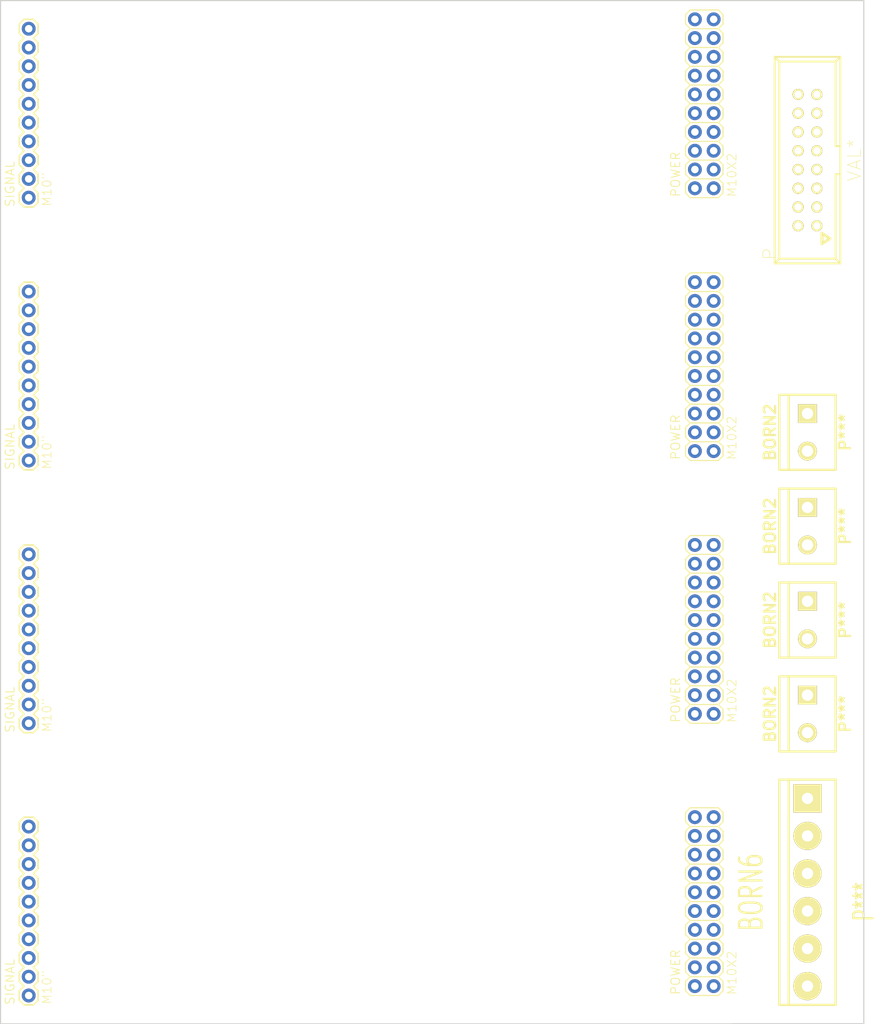
<source format=kicad_pcb>
(kicad_pcb (version 3) (host pcbnew "(2013-07-07 BZR 4022)-stable")

  (general
    (links 69)
    (no_connects 69)
    (area -0.000001 -33.02 100.60305 1.875366)
    (thickness 1.6)
    (drawings 6)
    (tracks 0)
    (zones 0)
    (modules 14)
    (nets 8)
  )

  (page A3)
  (layers
    (15 Top signal)
    (0 Bottom signal)
    (16 B.Adhes user)
    (17 F.Adhes user)
    (18 B.Paste user)
    (19 F.Paste user)
    (20 B.SilkS user)
    (21 F.SilkS user)
    (22 B.Mask user)
    (23 F.Mask user)
    (24 Dwgs.User user)
    (25 Cmts.User user)
    (26 Eco1.User user)
    (27 Eco2.User user)
    (28 Edge.Cuts user)
  )

  (setup
    (last_trace_width 0.254)
    (trace_clearance 0.254)
    (zone_clearance 0.508)
    (zone_45_only no)
    (trace_min 0.254)
    (segment_width 0.2)
    (edge_width 0.15)
    (via_size 0.889)
    (via_drill 0.635)
    (via_min_size 0.889)
    (via_min_drill 0.508)
    (uvia_size 0.508)
    (uvia_drill 0.127)
    (uvias_allowed no)
    (uvia_min_size 0.508)
    (uvia_min_drill 0.127)
    (pcb_text_width 0.3)
    (pcb_text_size 1.5 1.5)
    (mod_edge_width 0.15)
    (mod_text_size 1.5 1.5)
    (mod_text_width 0.15)
    (pad_size 1.524 1.524)
    (pad_drill 0.762)
    (pad_to_mask_clearance 0.2)
    (aux_axis_origin 0 0)
    (visible_elements FFFFFBBF)
    (pcbplotparams
      (layerselection 3178497)
      (usegerberextensions true)
      (excludeedgelayer true)
      (linewidth 0.100000)
      (plotframeref false)
      (viasonmask false)
      (mode 1)
      (useauxorigin false)
      (hpglpennumber 1)
      (hpglpenspeed 20)
      (hpglpendiameter 15)
      (hpglpenoverlay 2)
      (psnegative false)
      (psa4output false)
      (plotreference true)
      (plotvalue true)
      (plotothertext true)
      (plotinvisibletext false)
      (padsonsilk false)
      (subtractmaskfromsilk false)
      (outputformat 1)
      (mirror false)
      (drillshape 1)
      (scaleselection 1)
      (outputdirectory ""))
  )

  (net 0 "")
  (net 1 GND)
  (net 2 N$1)
  (net 3 N$11)
  (net 4 N$2)
  (net 5 N$3)
  (net 6 N$4)
  (net 7 N$6)

  (net_class Default "This is the default net class."
    (clearance 0.254)
    (trace_width 0.254)
    (via_dia 0.889)
    (via_drill 0.635)
    (uvia_dia 0.508)
    (uvia_drill 0.127)
    (add_net "")
    (add_net GND)
    (add_net N$1)
    (add_net N$11)
    (add_net N$2)
    (add_net N$3)
    (add_net N$4)
    (add_net N$6)
  )

  (module 1X10 (layer Top) (tedit 5456DD13) (tstamp 5456E804)
    (at 55.88 156.21 90)
    (fp_text reference SIGNAL (at -1.3462 -1.8288 90) (layer F.SilkS)
      (effects (font (size 1.2065 1.2065) (thickness 0.127)) (justify left bottom))
    )
    (fp_text value M10" (at -1.27 3.175 90) (layer F.SilkS)
      (effects (font (size 1.2065 1.2065) (thickness 0.1016)) (justify left bottom))
    )
    (fp_line (start 14.605 -1.27) (end 15.875 -1.27) (layer F.SilkS) (width 0.2032))
    (fp_line (start 15.875 -1.27) (end 16.51 -0.635) (layer F.SilkS) (width 0.2032))
    (fp_line (start 16.51 0.635) (end 15.875 1.27) (layer F.SilkS) (width 0.2032))
    (fp_line (start 11.43 -0.635) (end 12.065 -1.27) (layer F.SilkS) (width 0.2032))
    (fp_line (start 12.065 -1.27) (end 13.335 -1.27) (layer F.SilkS) (width 0.2032))
    (fp_line (start 13.335 -1.27) (end 13.97 -0.635) (layer F.SilkS) (width 0.2032))
    (fp_line (start 13.97 0.635) (end 13.335 1.27) (layer F.SilkS) (width 0.2032))
    (fp_line (start 13.335 1.27) (end 12.065 1.27) (layer F.SilkS) (width 0.2032))
    (fp_line (start 12.065 1.27) (end 11.43 0.635) (layer F.SilkS) (width 0.2032))
    (fp_line (start 14.605 -1.27) (end 13.97 -0.635) (layer F.SilkS) (width 0.2032))
    (fp_line (start 13.97 0.635) (end 14.605 1.27) (layer F.SilkS) (width 0.2032))
    (fp_line (start 15.875 1.27) (end 14.605 1.27) (layer F.SilkS) (width 0.2032))
    (fp_line (start 6.985 -1.27) (end 8.255 -1.27) (layer F.SilkS) (width 0.2032))
    (fp_line (start 8.255 -1.27) (end 8.89 -0.635) (layer F.SilkS) (width 0.2032))
    (fp_line (start 8.89 0.635) (end 8.255 1.27) (layer F.SilkS) (width 0.2032))
    (fp_line (start 8.89 -0.635) (end 9.525 -1.27) (layer F.SilkS) (width 0.2032))
    (fp_line (start 9.525 -1.27) (end 10.795 -1.27) (layer F.SilkS) (width 0.2032))
    (fp_line (start 10.795 -1.27) (end 11.43 -0.635) (layer F.SilkS) (width 0.2032))
    (fp_line (start 11.43 0.635) (end 10.795 1.27) (layer F.SilkS) (width 0.2032))
    (fp_line (start 10.795 1.27) (end 9.525 1.27) (layer F.SilkS) (width 0.2032))
    (fp_line (start 9.525 1.27) (end 8.89 0.635) (layer F.SilkS) (width 0.2032))
    (fp_line (start 3.81 -0.635) (end 4.445 -1.27) (layer F.SilkS) (width 0.2032))
    (fp_line (start 4.445 -1.27) (end 5.715 -1.27) (layer F.SilkS) (width 0.2032))
    (fp_line (start 5.715 -1.27) (end 6.35 -0.635) (layer F.SilkS) (width 0.2032))
    (fp_line (start 6.35 0.635) (end 5.715 1.27) (layer F.SilkS) (width 0.2032))
    (fp_line (start 5.715 1.27) (end 4.445 1.27) (layer F.SilkS) (width 0.2032))
    (fp_line (start 4.445 1.27) (end 3.81 0.635) (layer F.SilkS) (width 0.2032))
    (fp_line (start 6.985 -1.27) (end 6.35 -0.635) (layer F.SilkS) (width 0.2032))
    (fp_line (start 6.35 0.635) (end 6.985 1.27) (layer F.SilkS) (width 0.2032))
    (fp_line (start 8.255 1.27) (end 6.985 1.27) (layer F.SilkS) (width 0.2032))
    (fp_line (start -0.635 -1.27) (end 0.635 -1.27) (layer F.SilkS) (width 0.2032))
    (fp_line (start 0.635 -1.27) (end 1.27 -0.635) (layer F.SilkS) (width 0.2032))
    (fp_line (start 1.27 0.635) (end 0.635 1.27) (layer F.SilkS) (width 0.2032))
    (fp_line (start 1.27 -0.635) (end 1.905 -1.27) (layer F.SilkS) (width 0.2032))
    (fp_line (start 1.905 -1.27) (end 3.175 -1.27) (layer F.SilkS) (width 0.2032))
    (fp_line (start 3.175 -1.27) (end 3.81 -0.635) (layer F.SilkS) (width 0.2032))
    (fp_line (start 3.81 0.635) (end 3.175 1.27) (layer F.SilkS) (width 0.2032))
    (fp_line (start 3.175 1.27) (end 1.905 1.27) (layer F.SilkS) (width 0.2032))
    (fp_line (start 1.905 1.27) (end 1.27 0.635) (layer F.SilkS) (width 0.2032))
    (fp_line (start -1.27 -0.635) (end -1.27 0.635) (layer F.SilkS) (width 0.2032))
    (fp_line (start -0.635 -1.27) (end -1.27 -0.635) (layer F.SilkS) (width 0.2032))
    (fp_line (start -1.27 0.635) (end -0.635 1.27) (layer F.SilkS) (width 0.2032))
    (fp_line (start 0.635 1.27) (end -0.635 1.27) (layer F.SilkS) (width 0.2032))
    (fp_line (start 17.145 -1.27) (end 18.415 -1.27) (layer F.SilkS) (width 0.2032))
    (fp_line (start 18.415 -1.27) (end 19.05 -0.635) (layer F.SilkS) (width 0.2032))
    (fp_line (start 19.05 0.635) (end 18.415 1.27) (layer F.SilkS) (width 0.2032))
    (fp_line (start 17.145 -1.27) (end 16.51 -0.635) (layer F.SilkS) (width 0.2032))
    (fp_line (start 16.51 0.635) (end 17.145 1.27) (layer F.SilkS) (width 0.2032))
    (fp_line (start 18.415 1.27) (end 17.145 1.27) (layer F.SilkS) (width 0.2032))
    (fp_line (start 19.685 -1.27) (end 20.955 -1.27) (layer F.SilkS) (width 0.2032))
    (fp_line (start 20.955 -1.27) (end 21.59 -0.635) (layer F.SilkS) (width 0.2032))
    (fp_line (start 21.59 0.635) (end 20.955 1.27) (layer F.SilkS) (width 0.2032))
    (fp_line (start 19.685 -1.27) (end 19.05 -0.635) (layer F.SilkS) (width 0.2032))
    (fp_line (start 19.05 0.635) (end 19.685 1.27) (layer F.SilkS) (width 0.2032))
    (fp_line (start 20.955 1.27) (end 19.685 1.27) (layer F.SilkS) (width 0.2032))
    (fp_line (start 22.225 -1.27) (end 23.495 -1.27) (layer F.SilkS) (width 0.2032))
    (fp_line (start 23.495 -1.27) (end 24.13 -0.635) (layer F.SilkS) (width 0.2032))
    (fp_line (start 24.13 -0.635) (end 24.13 0.635) (layer F.SilkS) (width 0.2032))
    (fp_line (start 24.13 0.635) (end 23.495 1.27) (layer F.SilkS) (width 0.2032))
    (fp_line (start 22.225 -1.27) (end 21.59 -0.635) (layer F.SilkS) (width 0.2032))
    (fp_line (start 21.59 0.635) (end 22.225 1.27) (layer F.SilkS) (width 0.2032))
    (fp_line (start 23.495 1.27) (end 22.225 1.27) (layer F.SilkS) (width 0.2032))
    (fp_poly (pts (xy 14.986 0.254) (xy 15.494 0.254) (xy 15.494 -0.254) (xy 14.986 -0.254)) (layer Dwgs.User))
    (fp_poly (pts (xy 12.446 0.254) (xy 12.954 0.254) (xy 12.954 -0.254) (xy 12.446 -0.254)) (layer Dwgs.User))
    (fp_poly (pts (xy 9.906 0.254) (xy 10.414 0.254) (xy 10.414 -0.254) (xy 9.906 -0.254)) (layer Dwgs.User))
    (fp_poly (pts (xy 7.366 0.254) (xy 7.874 0.254) (xy 7.874 -0.254) (xy 7.366 -0.254)) (layer Dwgs.User))
    (fp_poly (pts (xy 4.826 0.254) (xy 5.334 0.254) (xy 5.334 -0.254) (xy 4.826 -0.254)) (layer Dwgs.User))
    (fp_poly (pts (xy 2.286 0.254) (xy 2.794 0.254) (xy 2.794 -0.254) (xy 2.286 -0.254)) (layer Dwgs.User))
    (fp_poly (pts (xy -0.254 0.254) (xy 0.254 0.254) (xy 0.254 -0.254) (xy -0.254 -0.254)) (layer Dwgs.User))
    (fp_poly (pts (xy 17.526 0.254) (xy 18.034 0.254) (xy 18.034 -0.254) (xy 17.526 -0.254)) (layer Dwgs.User))
    (fp_poly (pts (xy 20.066 0.254) (xy 20.574 0.254) (xy 20.574 -0.254) (xy 20.066 -0.254)) (layer Dwgs.User))
    (fp_poly (pts (xy 22.606 0.254) (xy 23.114 0.254) (xy 23.114 -0.254) (xy 22.606 -0.254)) (layer Dwgs.User))
    (pad 1 thru_hole circle (at 0 0 180) (size 1.8796 1.8796) (drill 1.016)
      (layers *.Cu *.Mask)
      (net 6 N$4)
    )
    (pad 2 thru_hole circle (at 2.54 0 180) (size 1.8796 1.8796) (drill 1.016)
      (layers *.Cu *.Mask)
      (net 5 N$3)
    )
    (pad 3 thru_hole circle (at 5.08 0 180) (size 1.8796 1.8796) (drill 1.016)
      (layers *.Cu *.Mask)
    )
    (pad 4 thru_hole circle (at 7.62 0 180) (size 1.8796 1.8796) (drill 1.016)
      (layers *.Cu *.Mask)
    )
    (pad 5 thru_hole circle (at 10.16 0 180) (size 1.8796 1.8796) (drill 1.016)
      (layers *.Cu *.Mask)
      (net 3 N$11)
    )
    (pad 6 thru_hole circle (at 12.7 0 180) (size 1.8796 1.8796) (drill 1.016)
      (layers *.Cu *.Mask)
    )
    (pad 7 thru_hole circle (at 15.24 0 180) (size 1.8796 1.8796) (drill 1.016)
      (layers *.Cu *.Mask)
    )
    (pad 8 thru_hole circle (at 17.78 0 180) (size 1.8796 1.8796) (drill 1.016)
      (layers *.Cu *.Mask)
    )
    (pad 9 thru_hole circle (at 20.32 0 180) (size 1.8796 1.8796) (drill 1.016)
      (layers *.Cu *.Mask)
    )
    (pad 10 thru_hole circle (at 22.86 0 180) (size 1.8796 1.8796) (drill 1.016)
      (layers *.Cu *.Mask)
    )
  )

  (module 2X10 (layer Top) (tedit 5456DD13) (tstamp 5456E792)
    (at 147.32 143.51 90)
    (descr "<b>PIN HEADER</b>")
    (fp_text reference POWER (at -12.7 -3.175 90) (layer F.SilkS)
      (effects (font (size 1.2065 1.2065) (thickness 0.127)) (justify left bottom))
    )
    (fp_text value M10X2 (at -12.7 4.445 90) (layer F.SilkS)
      (effects (font (size 1.2065 1.2065) (thickness 0.1016)) (justify left bottom))
    )
    (fp_line (start -12.7 1.905) (end -12.065 2.54) (layer F.SilkS) (width 0.1524))
    (fp_line (start -10.795 2.54) (end -10.16 1.905) (layer F.SilkS) (width 0.1524))
    (fp_line (start -10.16 1.905) (end -9.525 2.54) (layer F.SilkS) (width 0.1524))
    (fp_line (start -8.255 2.54) (end -7.62 1.905) (layer F.SilkS) (width 0.1524))
    (fp_line (start -7.62 1.905) (end -6.985 2.54) (layer F.SilkS) (width 0.1524))
    (fp_line (start -5.715 2.54) (end -5.08 1.905) (layer F.SilkS) (width 0.1524))
    (fp_line (start -5.08 1.905) (end -4.445 2.54) (layer F.SilkS) (width 0.1524))
    (fp_line (start -3.175 2.54) (end -2.54 1.905) (layer F.SilkS) (width 0.1524))
    (fp_line (start -2.54 1.905) (end -1.905 2.54) (layer F.SilkS) (width 0.1524))
    (fp_line (start -0.635 2.54) (end 0 1.905) (layer F.SilkS) (width 0.1524))
    (fp_line (start 0 1.905) (end 0.635 2.54) (layer F.SilkS) (width 0.1524))
    (fp_line (start 1.905 2.54) (end 2.54 1.905) (layer F.SilkS) (width 0.1524))
    (fp_line (start -12.7 1.905) (end -12.7 -1.905) (layer F.SilkS) (width 0.1524))
    (fp_line (start -12.7 -1.905) (end -12.065 -2.54) (layer F.SilkS) (width 0.1524))
    (fp_line (start -12.065 -2.54) (end -10.795 -2.54) (layer F.SilkS) (width 0.1524))
    (fp_line (start -10.795 -2.54) (end -10.16 -1.905) (layer F.SilkS) (width 0.1524))
    (fp_line (start -10.16 -1.905) (end -9.525 -2.54) (layer F.SilkS) (width 0.1524))
    (fp_line (start -9.525 -2.54) (end -8.255 -2.54) (layer F.SilkS) (width 0.1524))
    (fp_line (start -8.255 -2.54) (end -7.62 -1.905) (layer F.SilkS) (width 0.1524))
    (fp_line (start -7.62 -1.905) (end -6.985 -2.54) (layer F.SilkS) (width 0.1524))
    (fp_line (start -6.985 -2.54) (end -5.715 -2.54) (layer F.SilkS) (width 0.1524))
    (fp_line (start -5.715 -2.54) (end -5.08 -1.905) (layer F.SilkS) (width 0.1524))
    (fp_line (start -5.08 -1.905) (end -4.445 -2.54) (layer F.SilkS) (width 0.1524))
    (fp_line (start -4.445 -2.54) (end -3.175 -2.54) (layer F.SilkS) (width 0.1524))
    (fp_line (start -3.175 -2.54) (end -2.54 -1.905) (layer F.SilkS) (width 0.1524))
    (fp_line (start -2.54 -1.905) (end -1.905 -2.54) (layer F.SilkS) (width 0.1524))
    (fp_line (start -1.905 -2.54) (end -0.635 -2.54) (layer F.SilkS) (width 0.1524))
    (fp_line (start -0.635 -2.54) (end 0 -1.905) (layer F.SilkS) (width 0.1524))
    (fp_line (start 0 -1.905) (end 0.635 -2.54) (layer F.SilkS) (width 0.1524))
    (fp_line (start 0.635 -2.54) (end 1.905 -2.54) (layer F.SilkS) (width 0.1524))
    (fp_line (start 1.905 -2.54) (end 2.54 -1.905) (layer F.SilkS) (width 0.1524))
    (fp_line (start 2.54 -1.905) (end 3.175 -2.54) (layer F.SilkS) (width 0.1524))
    (fp_line (start 3.175 -2.54) (end 4.445 -2.54) (layer F.SilkS) (width 0.1524))
    (fp_line (start 4.445 -2.54) (end 5.08 -1.905) (layer F.SilkS) (width 0.1524))
    (fp_line (start 5.08 -1.905) (end 5.715 -2.54) (layer F.SilkS) (width 0.1524))
    (fp_line (start 5.715 -2.54) (end 6.985 -2.54) (layer F.SilkS) (width 0.1524))
    (fp_line (start 6.985 -2.54) (end 7.62 -1.905) (layer F.SilkS) (width 0.1524))
    (fp_line (start 7.62 -1.905) (end 8.255 -2.54) (layer F.SilkS) (width 0.1524))
    (fp_line (start 8.255 -2.54) (end 9.525 -2.54) (layer F.SilkS) (width 0.1524))
    (fp_line (start 9.525 -2.54) (end 10.16 -1.905) (layer F.SilkS) (width 0.1524))
    (fp_line (start 10.16 1.905) (end 9.525 2.54) (layer F.SilkS) (width 0.1524))
    (fp_line (start 7.62 1.905) (end 8.255 2.54) (layer F.SilkS) (width 0.1524))
    (fp_line (start 7.62 1.905) (end 6.985 2.54) (layer F.SilkS) (width 0.1524))
    (fp_line (start 5.08 1.905) (end 5.715 2.54) (layer F.SilkS) (width 0.1524))
    (fp_line (start 5.08 1.905) (end 4.445 2.54) (layer F.SilkS) (width 0.1524))
    (fp_line (start 2.54 1.905) (end 3.175 2.54) (layer F.SilkS) (width 0.1524))
    (fp_line (start -10.16 -1.905) (end -10.16 1.905) (layer F.SilkS) (width 0.1524))
    (fp_line (start -7.62 -1.905) (end -7.62 1.905) (layer F.SilkS) (width 0.1524))
    (fp_line (start -5.08 -1.905) (end -5.08 1.905) (layer F.SilkS) (width 0.1524))
    (fp_line (start -2.54 -1.905) (end -2.54 1.905) (layer F.SilkS) (width 0.1524))
    (fp_line (start 0 -1.905) (end 0 1.905) (layer F.SilkS) (width 0.1524))
    (fp_line (start 2.54 -1.905) (end 2.54 1.905) (layer F.SilkS) (width 0.1524))
    (fp_line (start 5.08 -1.905) (end 5.08 1.905) (layer F.SilkS) (width 0.1524))
    (fp_line (start 7.62 -1.905) (end 7.62 1.905) (layer F.SilkS) (width 0.1524))
    (fp_line (start 10.16 -1.905) (end 10.16 1.905) (layer F.SilkS) (width 0.1524))
    (fp_line (start 8.255 2.54) (end 9.525 2.54) (layer F.SilkS) (width 0.1524))
    (fp_line (start 5.715 2.54) (end 6.985 2.54) (layer F.SilkS) (width 0.1524))
    (fp_line (start 3.175 2.54) (end 4.445 2.54) (layer F.SilkS) (width 0.1524))
    (fp_line (start 0.635 2.54) (end 1.905 2.54) (layer F.SilkS) (width 0.1524))
    (fp_line (start -1.905 2.54) (end -0.635 2.54) (layer F.SilkS) (width 0.1524))
    (fp_line (start -4.445 2.54) (end -3.175 2.54) (layer F.SilkS) (width 0.1524))
    (fp_line (start -6.985 2.54) (end -5.715 2.54) (layer F.SilkS) (width 0.1524))
    (fp_line (start -9.525 2.54) (end -8.255 2.54) (layer F.SilkS) (width 0.1524))
    (fp_line (start -12.065 2.54) (end -10.795 2.54) (layer F.SilkS) (width 0.1524))
    (fp_line (start 10.16 -1.905) (end 10.795 -2.54) (layer F.SilkS) (width 0.1524))
    (fp_line (start 10.795 -2.54) (end 12.065 -2.54) (layer F.SilkS) (width 0.1524))
    (fp_line (start 12.065 -2.54) (end 12.7 -1.905) (layer F.SilkS) (width 0.1524))
    (fp_line (start 12.7 1.905) (end 12.065 2.54) (layer F.SilkS) (width 0.1524))
    (fp_line (start 10.16 1.905) (end 10.795 2.54) (layer F.SilkS) (width 0.1524))
    (fp_line (start 12.7 -1.905) (end 12.7 1.905) (layer F.SilkS) (width 0.1524))
    (fp_line (start 10.795 2.54) (end 12.065 2.54) (layer F.SilkS) (width 0.1524))
    (fp_poly (pts (xy -11.684 1.524) (xy -11.176 1.524) (xy -11.176 1.016) (xy -11.684 1.016)) (layer Dwgs.User))
    (fp_poly (pts (xy -11.684 -1.016) (xy -11.176 -1.016) (xy -11.176 -1.524) (xy -11.684 -1.524)) (layer Dwgs.User))
    (fp_poly (pts (xy -9.144 -1.016) (xy -8.636 -1.016) (xy -8.636 -1.524) (xy -9.144 -1.524)) (layer Dwgs.User))
    (fp_poly (pts (xy -9.144 1.524) (xy -8.636 1.524) (xy -8.636 1.016) (xy -9.144 1.016)) (layer Dwgs.User))
    (fp_poly (pts (xy -6.604 -1.016) (xy -6.096 -1.016) (xy -6.096 -1.524) (xy -6.604 -1.524)) (layer Dwgs.User))
    (fp_poly (pts (xy -6.604 1.524) (xy -6.096 1.524) (xy -6.096 1.016) (xy -6.604 1.016)) (layer Dwgs.User))
    (fp_poly (pts (xy -4.064 -1.016) (xy -3.556 -1.016) (xy -3.556 -1.524) (xy -4.064 -1.524)) (layer Dwgs.User))
    (fp_poly (pts (xy -1.524 -1.016) (xy -1.016 -1.016) (xy -1.016 -1.524) (xy -1.524 -1.524)) (layer Dwgs.User))
    (fp_poly (pts (xy 1.016 -1.016) (xy 1.524 -1.016) (xy 1.524 -1.524) (xy 1.016 -1.524)) (layer Dwgs.User))
    (fp_poly (pts (xy -4.064 1.524) (xy -3.556 1.524) (xy -3.556 1.016) (xy -4.064 1.016)) (layer Dwgs.User))
    (fp_poly (pts (xy -1.524 1.524) (xy -1.016 1.524) (xy -1.016 1.016) (xy -1.524 1.016)) (layer Dwgs.User))
    (fp_poly (pts (xy 1.016 1.524) (xy 1.524 1.524) (xy 1.524 1.016) (xy 1.016 1.016)) (layer Dwgs.User))
    (fp_poly (pts (xy 3.556 -1.016) (xy 4.064 -1.016) (xy 4.064 -1.524) (xy 3.556 -1.524)) (layer Dwgs.User))
    (fp_poly (pts (xy 3.556 1.524) (xy 4.064 1.524) (xy 4.064 1.016) (xy 3.556 1.016)) (layer Dwgs.User))
    (fp_poly (pts (xy 6.096 -1.016) (xy 6.604 -1.016) (xy 6.604 -1.524) (xy 6.096 -1.524)) (layer Dwgs.User))
    (fp_poly (pts (xy 6.096 1.524) (xy 6.604 1.524) (xy 6.604 1.016) (xy 6.096 1.016)) (layer Dwgs.User))
    (fp_poly (pts (xy 8.636 -1.016) (xy 9.144 -1.016) (xy 9.144 -1.524) (xy 8.636 -1.524)) (layer Dwgs.User))
    (fp_poly (pts (xy 8.636 1.524) (xy 9.144 1.524) (xy 9.144 1.016) (xy 8.636 1.016)) (layer Dwgs.User))
    (fp_poly (pts (xy 11.176 -1.016) (xy 11.684 -1.016) (xy 11.684 -1.524) (xy 11.176 -1.524)) (layer Dwgs.User))
    (fp_poly (pts (xy 11.176 1.524) (xy 11.684 1.524) (xy 11.684 1.016) (xy 11.176 1.016)) (layer Dwgs.User))
    (pad 1 thru_hole circle (at -11.43 1.27 90) (size 1.8796 1.8796) (drill 1.016)
      (layers *.Cu *.Mask)
      (net 2 N$1)
    )
    (pad 2 thru_hole circle (at -11.43 -1.27 90) (size 1.8796 1.8796) (drill 1.016)
      (layers *.Cu *.Mask)
      (net 2 N$1)
    )
    (pad 3 thru_hole circle (at -8.89 1.27 90) (size 1.8796 1.8796) (drill 1.016)
      (layers *.Cu *.Mask)
      (net 2 N$1)
    )
    (pad 4 thru_hole circle (at -8.89 -1.27 90) (size 1.8796 1.8796) (drill 1.016)
      (layers *.Cu *.Mask)
      (net 2 N$1)
    )
    (pad 5 thru_hole circle (at -6.35 1.27 90) (size 1.8796 1.8796) (drill 1.016)
      (layers *.Cu *.Mask)
    )
    (pad 6 thru_hole circle (at -6.35 -1.27 90) (size 1.8796 1.8796) (drill 1.016)
      (layers *.Cu *.Mask)
    )
    (pad 7 thru_hole circle (at -3.81 1.27 90) (size 1.8796 1.8796) (drill 1.016)
      (layers *.Cu *.Mask)
      (net 1 GND)
    )
    (pad 8 thru_hole circle (at -3.81 -1.27 90) (size 1.8796 1.8796) (drill 1.016)
      (layers *.Cu *.Mask)
      (net 1 GND)
    )
    (pad 9 thru_hole circle (at -1.27 1.27 90) (size 1.8796 1.8796) (drill 1.016)
      (layers *.Cu *.Mask)
      (net 1 GND)
    )
    (pad 10 thru_hole circle (at -1.27 -1.27 90) (size 1.8796 1.8796) (drill 1.016)
      (layers *.Cu *.Mask)
      (net 1 GND)
    )
    (pad 11 thru_hole circle (at 1.27 1.27 90) (size 1.8796 1.8796) (drill 1.016)
      (layers *.Cu *.Mask)
    )
    (pad 12 thru_hole circle (at 1.27 -1.27 90) (size 1.8796 1.8796) (drill 1.016)
      (layers *.Cu *.Mask)
    )
    (pad 13 thru_hole circle (at 3.81 1.27 90) (size 1.8796 1.8796) (drill 1.016)
      (layers *.Cu *.Mask)
      (net 4 N$2)
    )
    (pad 14 thru_hole circle (at 3.81 -1.27 90) (size 1.8796 1.8796) (drill 1.016)
      (layers *.Cu *.Mask)
      (net 4 N$2)
    )
    (pad 15 thru_hole circle (at 6.35 1.27 90) (size 1.8796 1.8796) (drill 1.016)
      (layers *.Cu *.Mask)
      (net 4 N$2)
    )
    (pad 16 thru_hole circle (at 6.35 -1.27 90) (size 1.8796 1.8796) (drill 1.016)
      (layers *.Cu *.Mask)
      (net 4 N$2)
    )
    (pad 17 thru_hole circle (at 8.89 1.27 90) (size 1.8796 1.8796) (drill 1.016)
      (layers *.Cu *.Mask)
      (net 7 N$6)
    )
    (pad 18 thru_hole circle (at 8.89 -1.27 90) (size 1.8796 1.8796) (drill 1.016)
      (layers *.Cu *.Mask)
      (net 7 N$6)
    )
    (pad 19 thru_hole circle (at 11.43 1.27 90) (size 1.8796 1.8796) (drill 1.016)
      (layers *.Cu *.Mask)
      (net 7 N$6)
    )
    (pad 20 thru_hole circle (at 11.43 -1.27 90) (size 1.8796 1.8796) (drill 1.016)
      (layers *.Cu *.Mask)
      (net 7 N$6)
    )
  )

  (module 2X10 (layer Top) (tedit 5456DD13) (tstamp 5456E520)
    (at 147.32 179.07 90)
    (descr "<b>PIN HEADER</b>")
    (fp_text reference POWER (at -12.7 -3.175 90) (layer F.SilkS)
      (effects (font (size 1.2065 1.2065) (thickness 0.127)) (justify left bottom))
    )
    (fp_text value M10X2 (at -12.7 4.445 90) (layer F.SilkS)
      (effects (font (size 1.2065 1.2065) (thickness 0.1016)) (justify left bottom))
    )
    (fp_line (start -12.7 1.905) (end -12.065 2.54) (layer F.SilkS) (width 0.1524))
    (fp_line (start -10.795 2.54) (end -10.16 1.905) (layer F.SilkS) (width 0.1524))
    (fp_line (start -10.16 1.905) (end -9.525 2.54) (layer F.SilkS) (width 0.1524))
    (fp_line (start -8.255 2.54) (end -7.62 1.905) (layer F.SilkS) (width 0.1524))
    (fp_line (start -7.62 1.905) (end -6.985 2.54) (layer F.SilkS) (width 0.1524))
    (fp_line (start -5.715 2.54) (end -5.08 1.905) (layer F.SilkS) (width 0.1524))
    (fp_line (start -5.08 1.905) (end -4.445 2.54) (layer F.SilkS) (width 0.1524))
    (fp_line (start -3.175 2.54) (end -2.54 1.905) (layer F.SilkS) (width 0.1524))
    (fp_line (start -2.54 1.905) (end -1.905 2.54) (layer F.SilkS) (width 0.1524))
    (fp_line (start -0.635 2.54) (end 0 1.905) (layer F.SilkS) (width 0.1524))
    (fp_line (start 0 1.905) (end 0.635 2.54) (layer F.SilkS) (width 0.1524))
    (fp_line (start 1.905 2.54) (end 2.54 1.905) (layer F.SilkS) (width 0.1524))
    (fp_line (start -12.7 1.905) (end -12.7 -1.905) (layer F.SilkS) (width 0.1524))
    (fp_line (start -12.7 -1.905) (end -12.065 -2.54) (layer F.SilkS) (width 0.1524))
    (fp_line (start -12.065 -2.54) (end -10.795 -2.54) (layer F.SilkS) (width 0.1524))
    (fp_line (start -10.795 -2.54) (end -10.16 -1.905) (layer F.SilkS) (width 0.1524))
    (fp_line (start -10.16 -1.905) (end -9.525 -2.54) (layer F.SilkS) (width 0.1524))
    (fp_line (start -9.525 -2.54) (end -8.255 -2.54) (layer F.SilkS) (width 0.1524))
    (fp_line (start -8.255 -2.54) (end -7.62 -1.905) (layer F.SilkS) (width 0.1524))
    (fp_line (start -7.62 -1.905) (end -6.985 -2.54) (layer F.SilkS) (width 0.1524))
    (fp_line (start -6.985 -2.54) (end -5.715 -2.54) (layer F.SilkS) (width 0.1524))
    (fp_line (start -5.715 -2.54) (end -5.08 -1.905) (layer F.SilkS) (width 0.1524))
    (fp_line (start -5.08 -1.905) (end -4.445 -2.54) (layer F.SilkS) (width 0.1524))
    (fp_line (start -4.445 -2.54) (end -3.175 -2.54) (layer F.SilkS) (width 0.1524))
    (fp_line (start -3.175 -2.54) (end -2.54 -1.905) (layer F.SilkS) (width 0.1524))
    (fp_line (start -2.54 -1.905) (end -1.905 -2.54) (layer F.SilkS) (width 0.1524))
    (fp_line (start -1.905 -2.54) (end -0.635 -2.54) (layer F.SilkS) (width 0.1524))
    (fp_line (start -0.635 -2.54) (end 0 -1.905) (layer F.SilkS) (width 0.1524))
    (fp_line (start 0 -1.905) (end 0.635 -2.54) (layer F.SilkS) (width 0.1524))
    (fp_line (start 0.635 -2.54) (end 1.905 -2.54) (layer F.SilkS) (width 0.1524))
    (fp_line (start 1.905 -2.54) (end 2.54 -1.905) (layer F.SilkS) (width 0.1524))
    (fp_line (start 2.54 -1.905) (end 3.175 -2.54) (layer F.SilkS) (width 0.1524))
    (fp_line (start 3.175 -2.54) (end 4.445 -2.54) (layer F.SilkS) (width 0.1524))
    (fp_line (start 4.445 -2.54) (end 5.08 -1.905) (layer F.SilkS) (width 0.1524))
    (fp_line (start 5.08 -1.905) (end 5.715 -2.54) (layer F.SilkS) (width 0.1524))
    (fp_line (start 5.715 -2.54) (end 6.985 -2.54) (layer F.SilkS) (width 0.1524))
    (fp_line (start 6.985 -2.54) (end 7.62 -1.905) (layer F.SilkS) (width 0.1524))
    (fp_line (start 7.62 -1.905) (end 8.255 -2.54) (layer F.SilkS) (width 0.1524))
    (fp_line (start 8.255 -2.54) (end 9.525 -2.54) (layer F.SilkS) (width 0.1524))
    (fp_line (start 9.525 -2.54) (end 10.16 -1.905) (layer F.SilkS) (width 0.1524))
    (fp_line (start 10.16 1.905) (end 9.525 2.54) (layer F.SilkS) (width 0.1524))
    (fp_line (start 7.62 1.905) (end 8.255 2.54) (layer F.SilkS) (width 0.1524))
    (fp_line (start 7.62 1.905) (end 6.985 2.54) (layer F.SilkS) (width 0.1524))
    (fp_line (start 5.08 1.905) (end 5.715 2.54) (layer F.SilkS) (width 0.1524))
    (fp_line (start 5.08 1.905) (end 4.445 2.54) (layer F.SilkS) (width 0.1524))
    (fp_line (start 2.54 1.905) (end 3.175 2.54) (layer F.SilkS) (width 0.1524))
    (fp_line (start -10.16 -1.905) (end -10.16 1.905) (layer F.SilkS) (width 0.1524))
    (fp_line (start -7.62 -1.905) (end -7.62 1.905) (layer F.SilkS) (width 0.1524))
    (fp_line (start -5.08 -1.905) (end -5.08 1.905) (layer F.SilkS) (width 0.1524))
    (fp_line (start -2.54 -1.905) (end -2.54 1.905) (layer F.SilkS) (width 0.1524))
    (fp_line (start 0 -1.905) (end 0 1.905) (layer F.SilkS) (width 0.1524))
    (fp_line (start 2.54 -1.905) (end 2.54 1.905) (layer F.SilkS) (width 0.1524))
    (fp_line (start 5.08 -1.905) (end 5.08 1.905) (layer F.SilkS) (width 0.1524))
    (fp_line (start 7.62 -1.905) (end 7.62 1.905) (layer F.SilkS) (width 0.1524))
    (fp_line (start 10.16 -1.905) (end 10.16 1.905) (layer F.SilkS) (width 0.1524))
    (fp_line (start 8.255 2.54) (end 9.525 2.54) (layer F.SilkS) (width 0.1524))
    (fp_line (start 5.715 2.54) (end 6.985 2.54) (layer F.SilkS) (width 0.1524))
    (fp_line (start 3.175 2.54) (end 4.445 2.54) (layer F.SilkS) (width 0.1524))
    (fp_line (start 0.635 2.54) (end 1.905 2.54) (layer F.SilkS) (width 0.1524))
    (fp_line (start -1.905 2.54) (end -0.635 2.54) (layer F.SilkS) (width 0.1524))
    (fp_line (start -4.445 2.54) (end -3.175 2.54) (layer F.SilkS) (width 0.1524))
    (fp_line (start -6.985 2.54) (end -5.715 2.54) (layer F.SilkS) (width 0.1524))
    (fp_line (start -9.525 2.54) (end -8.255 2.54) (layer F.SilkS) (width 0.1524))
    (fp_line (start -12.065 2.54) (end -10.795 2.54) (layer F.SilkS) (width 0.1524))
    (fp_line (start 10.16 -1.905) (end 10.795 -2.54) (layer F.SilkS) (width 0.1524))
    (fp_line (start 10.795 -2.54) (end 12.065 -2.54) (layer F.SilkS) (width 0.1524))
    (fp_line (start 12.065 -2.54) (end 12.7 -1.905) (layer F.SilkS) (width 0.1524))
    (fp_line (start 12.7 1.905) (end 12.065 2.54) (layer F.SilkS) (width 0.1524))
    (fp_line (start 10.16 1.905) (end 10.795 2.54) (layer F.SilkS) (width 0.1524))
    (fp_line (start 12.7 -1.905) (end 12.7 1.905) (layer F.SilkS) (width 0.1524))
    (fp_line (start 10.795 2.54) (end 12.065 2.54) (layer F.SilkS) (width 0.1524))
    (fp_poly (pts (xy -11.684 1.524) (xy -11.176 1.524) (xy -11.176 1.016) (xy -11.684 1.016)) (layer Dwgs.User))
    (fp_poly (pts (xy -11.684 -1.016) (xy -11.176 -1.016) (xy -11.176 -1.524) (xy -11.684 -1.524)) (layer Dwgs.User))
    (fp_poly (pts (xy -9.144 -1.016) (xy -8.636 -1.016) (xy -8.636 -1.524) (xy -9.144 -1.524)) (layer Dwgs.User))
    (fp_poly (pts (xy -9.144 1.524) (xy -8.636 1.524) (xy -8.636 1.016) (xy -9.144 1.016)) (layer Dwgs.User))
    (fp_poly (pts (xy -6.604 -1.016) (xy -6.096 -1.016) (xy -6.096 -1.524) (xy -6.604 -1.524)) (layer Dwgs.User))
    (fp_poly (pts (xy -6.604 1.524) (xy -6.096 1.524) (xy -6.096 1.016) (xy -6.604 1.016)) (layer Dwgs.User))
    (fp_poly (pts (xy -4.064 -1.016) (xy -3.556 -1.016) (xy -3.556 -1.524) (xy -4.064 -1.524)) (layer Dwgs.User))
    (fp_poly (pts (xy -1.524 -1.016) (xy -1.016 -1.016) (xy -1.016 -1.524) (xy -1.524 -1.524)) (layer Dwgs.User))
    (fp_poly (pts (xy 1.016 -1.016) (xy 1.524 -1.016) (xy 1.524 -1.524) (xy 1.016 -1.524)) (layer Dwgs.User))
    (fp_poly (pts (xy -4.064 1.524) (xy -3.556 1.524) (xy -3.556 1.016) (xy -4.064 1.016)) (layer Dwgs.User))
    (fp_poly (pts (xy -1.524 1.524) (xy -1.016 1.524) (xy -1.016 1.016) (xy -1.524 1.016)) (layer Dwgs.User))
    (fp_poly (pts (xy 1.016 1.524) (xy 1.524 1.524) (xy 1.524 1.016) (xy 1.016 1.016)) (layer Dwgs.User))
    (fp_poly (pts (xy 3.556 -1.016) (xy 4.064 -1.016) (xy 4.064 -1.524) (xy 3.556 -1.524)) (layer Dwgs.User))
    (fp_poly (pts (xy 3.556 1.524) (xy 4.064 1.524) (xy 4.064 1.016) (xy 3.556 1.016)) (layer Dwgs.User))
    (fp_poly (pts (xy 6.096 -1.016) (xy 6.604 -1.016) (xy 6.604 -1.524) (xy 6.096 -1.524)) (layer Dwgs.User))
    (fp_poly (pts (xy 6.096 1.524) (xy 6.604 1.524) (xy 6.604 1.016) (xy 6.096 1.016)) (layer Dwgs.User))
    (fp_poly (pts (xy 8.636 -1.016) (xy 9.144 -1.016) (xy 9.144 -1.524) (xy 8.636 -1.524)) (layer Dwgs.User))
    (fp_poly (pts (xy 8.636 1.524) (xy 9.144 1.524) (xy 9.144 1.016) (xy 8.636 1.016)) (layer Dwgs.User))
    (fp_poly (pts (xy 11.176 -1.016) (xy 11.684 -1.016) (xy 11.684 -1.524) (xy 11.176 -1.524)) (layer Dwgs.User))
    (fp_poly (pts (xy 11.176 1.524) (xy 11.684 1.524) (xy 11.684 1.016) (xy 11.176 1.016)) (layer Dwgs.User))
    (pad 1 thru_hole circle (at -11.43 1.27 90) (size 1.8796 1.8796) (drill 1.016)
      (layers *.Cu *.Mask)
      (net 2 N$1)
    )
    (pad 2 thru_hole circle (at -11.43 -1.27 90) (size 1.8796 1.8796) (drill 1.016)
      (layers *.Cu *.Mask)
      (net 2 N$1)
    )
    (pad 3 thru_hole circle (at -8.89 1.27 90) (size 1.8796 1.8796) (drill 1.016)
      (layers *.Cu *.Mask)
      (net 2 N$1)
    )
    (pad 4 thru_hole circle (at -8.89 -1.27 90) (size 1.8796 1.8796) (drill 1.016)
      (layers *.Cu *.Mask)
      (net 2 N$1)
    )
    (pad 5 thru_hole circle (at -6.35 1.27 90) (size 1.8796 1.8796) (drill 1.016)
      (layers *.Cu *.Mask)
    )
    (pad 6 thru_hole circle (at -6.35 -1.27 90) (size 1.8796 1.8796) (drill 1.016)
      (layers *.Cu *.Mask)
    )
    (pad 7 thru_hole circle (at -3.81 1.27 90) (size 1.8796 1.8796) (drill 1.016)
      (layers *.Cu *.Mask)
      (net 1 GND)
    )
    (pad 8 thru_hole circle (at -3.81 -1.27 90) (size 1.8796 1.8796) (drill 1.016)
      (layers *.Cu *.Mask)
      (net 1 GND)
    )
    (pad 9 thru_hole circle (at -1.27 1.27 90) (size 1.8796 1.8796) (drill 1.016)
      (layers *.Cu *.Mask)
      (net 1 GND)
    )
    (pad 10 thru_hole circle (at -1.27 -1.27 90) (size 1.8796 1.8796) (drill 1.016)
      (layers *.Cu *.Mask)
      (net 1 GND)
    )
    (pad 11 thru_hole circle (at 1.27 1.27 90) (size 1.8796 1.8796) (drill 1.016)
      (layers *.Cu *.Mask)
    )
    (pad 12 thru_hole circle (at 1.27 -1.27 90) (size 1.8796 1.8796) (drill 1.016)
      (layers *.Cu *.Mask)
    )
    (pad 13 thru_hole circle (at 3.81 1.27 90) (size 1.8796 1.8796) (drill 1.016)
      (layers *.Cu *.Mask)
      (net 4 N$2)
    )
    (pad 14 thru_hole circle (at 3.81 -1.27 90) (size 1.8796 1.8796) (drill 1.016)
      (layers *.Cu *.Mask)
      (net 4 N$2)
    )
    (pad 15 thru_hole circle (at 6.35 1.27 90) (size 1.8796 1.8796) (drill 1.016)
      (layers *.Cu *.Mask)
      (net 4 N$2)
    )
    (pad 16 thru_hole circle (at 6.35 -1.27 90) (size 1.8796 1.8796) (drill 1.016)
      (layers *.Cu *.Mask)
      (net 4 N$2)
    )
    (pad 17 thru_hole circle (at 8.89 1.27 90) (size 1.8796 1.8796) (drill 1.016)
      (layers *.Cu *.Mask)
      (net 7 N$6)
    )
    (pad 18 thru_hole circle (at 8.89 -1.27 90) (size 1.8796 1.8796) (drill 1.016)
      (layers *.Cu *.Mask)
      (net 7 N$6)
    )
    (pad 19 thru_hole circle (at 11.43 1.27 90) (size 1.8796 1.8796) (drill 1.016)
      (layers *.Cu *.Mask)
      (net 7 N$6)
    )
    (pad 20 thru_hole circle (at 11.43 -1.27 90) (size 1.8796 1.8796) (drill 1.016)
      (layers *.Cu *.Mask)
      (net 7 N$6)
    )
  )

  (module 1X10 (layer Top) (tedit 5456DD13) (tstamp 5456E4CB)
    (at 55.88 191.77 90)
    (fp_text reference SIGNAL (at -1.3462 -1.8288 90) (layer F.SilkS)
      (effects (font (size 1.2065 1.2065) (thickness 0.127)) (justify left bottom))
    )
    (fp_text value M10" (at -1.27 3.175 90) (layer F.SilkS)
      (effects (font (size 1.2065 1.2065) (thickness 0.1016)) (justify left bottom))
    )
    (fp_line (start 14.605 -1.27) (end 15.875 -1.27) (layer F.SilkS) (width 0.2032))
    (fp_line (start 15.875 -1.27) (end 16.51 -0.635) (layer F.SilkS) (width 0.2032))
    (fp_line (start 16.51 0.635) (end 15.875 1.27) (layer F.SilkS) (width 0.2032))
    (fp_line (start 11.43 -0.635) (end 12.065 -1.27) (layer F.SilkS) (width 0.2032))
    (fp_line (start 12.065 -1.27) (end 13.335 -1.27) (layer F.SilkS) (width 0.2032))
    (fp_line (start 13.335 -1.27) (end 13.97 -0.635) (layer F.SilkS) (width 0.2032))
    (fp_line (start 13.97 0.635) (end 13.335 1.27) (layer F.SilkS) (width 0.2032))
    (fp_line (start 13.335 1.27) (end 12.065 1.27) (layer F.SilkS) (width 0.2032))
    (fp_line (start 12.065 1.27) (end 11.43 0.635) (layer F.SilkS) (width 0.2032))
    (fp_line (start 14.605 -1.27) (end 13.97 -0.635) (layer F.SilkS) (width 0.2032))
    (fp_line (start 13.97 0.635) (end 14.605 1.27) (layer F.SilkS) (width 0.2032))
    (fp_line (start 15.875 1.27) (end 14.605 1.27) (layer F.SilkS) (width 0.2032))
    (fp_line (start 6.985 -1.27) (end 8.255 -1.27) (layer F.SilkS) (width 0.2032))
    (fp_line (start 8.255 -1.27) (end 8.89 -0.635) (layer F.SilkS) (width 0.2032))
    (fp_line (start 8.89 0.635) (end 8.255 1.27) (layer F.SilkS) (width 0.2032))
    (fp_line (start 8.89 -0.635) (end 9.525 -1.27) (layer F.SilkS) (width 0.2032))
    (fp_line (start 9.525 -1.27) (end 10.795 -1.27) (layer F.SilkS) (width 0.2032))
    (fp_line (start 10.795 -1.27) (end 11.43 -0.635) (layer F.SilkS) (width 0.2032))
    (fp_line (start 11.43 0.635) (end 10.795 1.27) (layer F.SilkS) (width 0.2032))
    (fp_line (start 10.795 1.27) (end 9.525 1.27) (layer F.SilkS) (width 0.2032))
    (fp_line (start 9.525 1.27) (end 8.89 0.635) (layer F.SilkS) (width 0.2032))
    (fp_line (start 3.81 -0.635) (end 4.445 -1.27) (layer F.SilkS) (width 0.2032))
    (fp_line (start 4.445 -1.27) (end 5.715 -1.27) (layer F.SilkS) (width 0.2032))
    (fp_line (start 5.715 -1.27) (end 6.35 -0.635) (layer F.SilkS) (width 0.2032))
    (fp_line (start 6.35 0.635) (end 5.715 1.27) (layer F.SilkS) (width 0.2032))
    (fp_line (start 5.715 1.27) (end 4.445 1.27) (layer F.SilkS) (width 0.2032))
    (fp_line (start 4.445 1.27) (end 3.81 0.635) (layer F.SilkS) (width 0.2032))
    (fp_line (start 6.985 -1.27) (end 6.35 -0.635) (layer F.SilkS) (width 0.2032))
    (fp_line (start 6.35 0.635) (end 6.985 1.27) (layer F.SilkS) (width 0.2032))
    (fp_line (start 8.255 1.27) (end 6.985 1.27) (layer F.SilkS) (width 0.2032))
    (fp_line (start -0.635 -1.27) (end 0.635 -1.27) (layer F.SilkS) (width 0.2032))
    (fp_line (start 0.635 -1.27) (end 1.27 -0.635) (layer F.SilkS) (width 0.2032))
    (fp_line (start 1.27 0.635) (end 0.635 1.27) (layer F.SilkS) (width 0.2032))
    (fp_line (start 1.27 -0.635) (end 1.905 -1.27) (layer F.SilkS) (width 0.2032))
    (fp_line (start 1.905 -1.27) (end 3.175 -1.27) (layer F.SilkS) (width 0.2032))
    (fp_line (start 3.175 -1.27) (end 3.81 -0.635) (layer F.SilkS) (width 0.2032))
    (fp_line (start 3.81 0.635) (end 3.175 1.27) (layer F.SilkS) (width 0.2032))
    (fp_line (start 3.175 1.27) (end 1.905 1.27) (layer F.SilkS) (width 0.2032))
    (fp_line (start 1.905 1.27) (end 1.27 0.635) (layer F.SilkS) (width 0.2032))
    (fp_line (start -1.27 -0.635) (end -1.27 0.635) (layer F.SilkS) (width 0.2032))
    (fp_line (start -0.635 -1.27) (end -1.27 -0.635) (layer F.SilkS) (width 0.2032))
    (fp_line (start -1.27 0.635) (end -0.635 1.27) (layer F.SilkS) (width 0.2032))
    (fp_line (start 0.635 1.27) (end -0.635 1.27) (layer F.SilkS) (width 0.2032))
    (fp_line (start 17.145 -1.27) (end 18.415 -1.27) (layer F.SilkS) (width 0.2032))
    (fp_line (start 18.415 -1.27) (end 19.05 -0.635) (layer F.SilkS) (width 0.2032))
    (fp_line (start 19.05 0.635) (end 18.415 1.27) (layer F.SilkS) (width 0.2032))
    (fp_line (start 17.145 -1.27) (end 16.51 -0.635) (layer F.SilkS) (width 0.2032))
    (fp_line (start 16.51 0.635) (end 17.145 1.27) (layer F.SilkS) (width 0.2032))
    (fp_line (start 18.415 1.27) (end 17.145 1.27) (layer F.SilkS) (width 0.2032))
    (fp_line (start 19.685 -1.27) (end 20.955 -1.27) (layer F.SilkS) (width 0.2032))
    (fp_line (start 20.955 -1.27) (end 21.59 -0.635) (layer F.SilkS) (width 0.2032))
    (fp_line (start 21.59 0.635) (end 20.955 1.27) (layer F.SilkS) (width 0.2032))
    (fp_line (start 19.685 -1.27) (end 19.05 -0.635) (layer F.SilkS) (width 0.2032))
    (fp_line (start 19.05 0.635) (end 19.685 1.27) (layer F.SilkS) (width 0.2032))
    (fp_line (start 20.955 1.27) (end 19.685 1.27) (layer F.SilkS) (width 0.2032))
    (fp_line (start 22.225 -1.27) (end 23.495 -1.27) (layer F.SilkS) (width 0.2032))
    (fp_line (start 23.495 -1.27) (end 24.13 -0.635) (layer F.SilkS) (width 0.2032))
    (fp_line (start 24.13 -0.635) (end 24.13 0.635) (layer F.SilkS) (width 0.2032))
    (fp_line (start 24.13 0.635) (end 23.495 1.27) (layer F.SilkS) (width 0.2032))
    (fp_line (start 22.225 -1.27) (end 21.59 -0.635) (layer F.SilkS) (width 0.2032))
    (fp_line (start 21.59 0.635) (end 22.225 1.27) (layer F.SilkS) (width 0.2032))
    (fp_line (start 23.495 1.27) (end 22.225 1.27) (layer F.SilkS) (width 0.2032))
    (fp_poly (pts (xy 14.986 0.254) (xy 15.494 0.254) (xy 15.494 -0.254) (xy 14.986 -0.254)) (layer Dwgs.User))
    (fp_poly (pts (xy 12.446 0.254) (xy 12.954 0.254) (xy 12.954 -0.254) (xy 12.446 -0.254)) (layer Dwgs.User))
    (fp_poly (pts (xy 9.906 0.254) (xy 10.414 0.254) (xy 10.414 -0.254) (xy 9.906 -0.254)) (layer Dwgs.User))
    (fp_poly (pts (xy 7.366 0.254) (xy 7.874 0.254) (xy 7.874 -0.254) (xy 7.366 -0.254)) (layer Dwgs.User))
    (fp_poly (pts (xy 4.826 0.254) (xy 5.334 0.254) (xy 5.334 -0.254) (xy 4.826 -0.254)) (layer Dwgs.User))
    (fp_poly (pts (xy 2.286 0.254) (xy 2.794 0.254) (xy 2.794 -0.254) (xy 2.286 -0.254)) (layer Dwgs.User))
    (fp_poly (pts (xy -0.254 0.254) (xy 0.254 0.254) (xy 0.254 -0.254) (xy -0.254 -0.254)) (layer Dwgs.User))
    (fp_poly (pts (xy 17.526 0.254) (xy 18.034 0.254) (xy 18.034 -0.254) (xy 17.526 -0.254)) (layer Dwgs.User))
    (fp_poly (pts (xy 20.066 0.254) (xy 20.574 0.254) (xy 20.574 -0.254) (xy 20.066 -0.254)) (layer Dwgs.User))
    (fp_poly (pts (xy 22.606 0.254) (xy 23.114 0.254) (xy 23.114 -0.254) (xy 22.606 -0.254)) (layer Dwgs.User))
    (pad 1 thru_hole circle (at 0 0 180) (size 1.8796 1.8796) (drill 1.016)
      (layers *.Cu *.Mask)
      (net 6 N$4)
    )
    (pad 2 thru_hole circle (at 2.54 0 180) (size 1.8796 1.8796) (drill 1.016)
      (layers *.Cu *.Mask)
      (net 5 N$3)
    )
    (pad 3 thru_hole circle (at 5.08 0 180) (size 1.8796 1.8796) (drill 1.016)
      (layers *.Cu *.Mask)
    )
    (pad 4 thru_hole circle (at 7.62 0 180) (size 1.8796 1.8796) (drill 1.016)
      (layers *.Cu *.Mask)
    )
    (pad 5 thru_hole circle (at 10.16 0 180) (size 1.8796 1.8796) (drill 1.016)
      (layers *.Cu *.Mask)
      (net 3 N$11)
    )
    (pad 6 thru_hole circle (at 12.7 0 180) (size 1.8796 1.8796) (drill 1.016)
      (layers *.Cu *.Mask)
    )
    (pad 7 thru_hole circle (at 15.24 0 180) (size 1.8796 1.8796) (drill 1.016)
      (layers *.Cu *.Mask)
    )
    (pad 8 thru_hole circle (at 17.78 0 180) (size 1.8796 1.8796) (drill 1.016)
      (layers *.Cu *.Mask)
    )
    (pad 9 thru_hole circle (at 20.32 0 180) (size 1.8796 1.8796) (drill 1.016)
      (layers *.Cu *.Mask)
    )
    (pad 10 thru_hole circle (at 22.86 0 180) (size 1.8796 1.8796) (drill 1.016)
      (layers *.Cu *.Mask)
    )
  )

  (module 1X10 (layer Top) (tedit 5456DD13) (tstamp 5456E3DE)
    (at 55.88 227.33 90)
    (fp_text reference SIGNAL (at -1.3462 -1.8288 90) (layer F.SilkS)
      (effects (font (size 1.2065 1.2065) (thickness 0.127)) (justify left bottom))
    )
    (fp_text value M10" (at -1.27 3.175 90) (layer F.SilkS)
      (effects (font (size 1.2065 1.2065) (thickness 0.1016)) (justify left bottom))
    )
    (fp_line (start 14.605 -1.27) (end 15.875 -1.27) (layer F.SilkS) (width 0.2032))
    (fp_line (start 15.875 -1.27) (end 16.51 -0.635) (layer F.SilkS) (width 0.2032))
    (fp_line (start 16.51 0.635) (end 15.875 1.27) (layer F.SilkS) (width 0.2032))
    (fp_line (start 11.43 -0.635) (end 12.065 -1.27) (layer F.SilkS) (width 0.2032))
    (fp_line (start 12.065 -1.27) (end 13.335 -1.27) (layer F.SilkS) (width 0.2032))
    (fp_line (start 13.335 -1.27) (end 13.97 -0.635) (layer F.SilkS) (width 0.2032))
    (fp_line (start 13.97 0.635) (end 13.335 1.27) (layer F.SilkS) (width 0.2032))
    (fp_line (start 13.335 1.27) (end 12.065 1.27) (layer F.SilkS) (width 0.2032))
    (fp_line (start 12.065 1.27) (end 11.43 0.635) (layer F.SilkS) (width 0.2032))
    (fp_line (start 14.605 -1.27) (end 13.97 -0.635) (layer F.SilkS) (width 0.2032))
    (fp_line (start 13.97 0.635) (end 14.605 1.27) (layer F.SilkS) (width 0.2032))
    (fp_line (start 15.875 1.27) (end 14.605 1.27) (layer F.SilkS) (width 0.2032))
    (fp_line (start 6.985 -1.27) (end 8.255 -1.27) (layer F.SilkS) (width 0.2032))
    (fp_line (start 8.255 -1.27) (end 8.89 -0.635) (layer F.SilkS) (width 0.2032))
    (fp_line (start 8.89 0.635) (end 8.255 1.27) (layer F.SilkS) (width 0.2032))
    (fp_line (start 8.89 -0.635) (end 9.525 -1.27) (layer F.SilkS) (width 0.2032))
    (fp_line (start 9.525 -1.27) (end 10.795 -1.27) (layer F.SilkS) (width 0.2032))
    (fp_line (start 10.795 -1.27) (end 11.43 -0.635) (layer F.SilkS) (width 0.2032))
    (fp_line (start 11.43 0.635) (end 10.795 1.27) (layer F.SilkS) (width 0.2032))
    (fp_line (start 10.795 1.27) (end 9.525 1.27) (layer F.SilkS) (width 0.2032))
    (fp_line (start 9.525 1.27) (end 8.89 0.635) (layer F.SilkS) (width 0.2032))
    (fp_line (start 3.81 -0.635) (end 4.445 -1.27) (layer F.SilkS) (width 0.2032))
    (fp_line (start 4.445 -1.27) (end 5.715 -1.27) (layer F.SilkS) (width 0.2032))
    (fp_line (start 5.715 -1.27) (end 6.35 -0.635) (layer F.SilkS) (width 0.2032))
    (fp_line (start 6.35 0.635) (end 5.715 1.27) (layer F.SilkS) (width 0.2032))
    (fp_line (start 5.715 1.27) (end 4.445 1.27) (layer F.SilkS) (width 0.2032))
    (fp_line (start 4.445 1.27) (end 3.81 0.635) (layer F.SilkS) (width 0.2032))
    (fp_line (start 6.985 -1.27) (end 6.35 -0.635) (layer F.SilkS) (width 0.2032))
    (fp_line (start 6.35 0.635) (end 6.985 1.27) (layer F.SilkS) (width 0.2032))
    (fp_line (start 8.255 1.27) (end 6.985 1.27) (layer F.SilkS) (width 0.2032))
    (fp_line (start -0.635 -1.27) (end 0.635 -1.27) (layer F.SilkS) (width 0.2032))
    (fp_line (start 0.635 -1.27) (end 1.27 -0.635) (layer F.SilkS) (width 0.2032))
    (fp_line (start 1.27 0.635) (end 0.635 1.27) (layer F.SilkS) (width 0.2032))
    (fp_line (start 1.27 -0.635) (end 1.905 -1.27) (layer F.SilkS) (width 0.2032))
    (fp_line (start 1.905 -1.27) (end 3.175 -1.27) (layer F.SilkS) (width 0.2032))
    (fp_line (start 3.175 -1.27) (end 3.81 -0.635) (layer F.SilkS) (width 0.2032))
    (fp_line (start 3.81 0.635) (end 3.175 1.27) (layer F.SilkS) (width 0.2032))
    (fp_line (start 3.175 1.27) (end 1.905 1.27) (layer F.SilkS) (width 0.2032))
    (fp_line (start 1.905 1.27) (end 1.27 0.635) (layer F.SilkS) (width 0.2032))
    (fp_line (start -1.27 -0.635) (end -1.27 0.635) (layer F.SilkS) (width 0.2032))
    (fp_line (start -0.635 -1.27) (end -1.27 -0.635) (layer F.SilkS) (width 0.2032))
    (fp_line (start -1.27 0.635) (end -0.635 1.27) (layer F.SilkS) (width 0.2032))
    (fp_line (start 0.635 1.27) (end -0.635 1.27) (layer F.SilkS) (width 0.2032))
    (fp_line (start 17.145 -1.27) (end 18.415 -1.27) (layer F.SilkS) (width 0.2032))
    (fp_line (start 18.415 -1.27) (end 19.05 -0.635) (layer F.SilkS) (width 0.2032))
    (fp_line (start 19.05 0.635) (end 18.415 1.27) (layer F.SilkS) (width 0.2032))
    (fp_line (start 17.145 -1.27) (end 16.51 -0.635) (layer F.SilkS) (width 0.2032))
    (fp_line (start 16.51 0.635) (end 17.145 1.27) (layer F.SilkS) (width 0.2032))
    (fp_line (start 18.415 1.27) (end 17.145 1.27) (layer F.SilkS) (width 0.2032))
    (fp_line (start 19.685 -1.27) (end 20.955 -1.27) (layer F.SilkS) (width 0.2032))
    (fp_line (start 20.955 -1.27) (end 21.59 -0.635) (layer F.SilkS) (width 0.2032))
    (fp_line (start 21.59 0.635) (end 20.955 1.27) (layer F.SilkS) (width 0.2032))
    (fp_line (start 19.685 -1.27) (end 19.05 -0.635) (layer F.SilkS) (width 0.2032))
    (fp_line (start 19.05 0.635) (end 19.685 1.27) (layer F.SilkS) (width 0.2032))
    (fp_line (start 20.955 1.27) (end 19.685 1.27) (layer F.SilkS) (width 0.2032))
    (fp_line (start 22.225 -1.27) (end 23.495 -1.27) (layer F.SilkS) (width 0.2032))
    (fp_line (start 23.495 -1.27) (end 24.13 -0.635) (layer F.SilkS) (width 0.2032))
    (fp_line (start 24.13 -0.635) (end 24.13 0.635) (layer F.SilkS) (width 0.2032))
    (fp_line (start 24.13 0.635) (end 23.495 1.27) (layer F.SilkS) (width 0.2032))
    (fp_line (start 22.225 -1.27) (end 21.59 -0.635) (layer F.SilkS) (width 0.2032))
    (fp_line (start 21.59 0.635) (end 22.225 1.27) (layer F.SilkS) (width 0.2032))
    (fp_line (start 23.495 1.27) (end 22.225 1.27) (layer F.SilkS) (width 0.2032))
    (fp_poly (pts (xy 14.986 0.254) (xy 15.494 0.254) (xy 15.494 -0.254) (xy 14.986 -0.254)) (layer Dwgs.User))
    (fp_poly (pts (xy 12.446 0.254) (xy 12.954 0.254) (xy 12.954 -0.254) (xy 12.446 -0.254)) (layer Dwgs.User))
    (fp_poly (pts (xy 9.906 0.254) (xy 10.414 0.254) (xy 10.414 -0.254) (xy 9.906 -0.254)) (layer Dwgs.User))
    (fp_poly (pts (xy 7.366 0.254) (xy 7.874 0.254) (xy 7.874 -0.254) (xy 7.366 -0.254)) (layer Dwgs.User))
    (fp_poly (pts (xy 4.826 0.254) (xy 5.334 0.254) (xy 5.334 -0.254) (xy 4.826 -0.254)) (layer Dwgs.User))
    (fp_poly (pts (xy 2.286 0.254) (xy 2.794 0.254) (xy 2.794 -0.254) (xy 2.286 -0.254)) (layer Dwgs.User))
    (fp_poly (pts (xy -0.254 0.254) (xy 0.254 0.254) (xy 0.254 -0.254) (xy -0.254 -0.254)) (layer Dwgs.User))
    (fp_poly (pts (xy 17.526 0.254) (xy 18.034 0.254) (xy 18.034 -0.254) (xy 17.526 -0.254)) (layer Dwgs.User))
    (fp_poly (pts (xy 20.066 0.254) (xy 20.574 0.254) (xy 20.574 -0.254) (xy 20.066 -0.254)) (layer Dwgs.User))
    (fp_poly (pts (xy 22.606 0.254) (xy 23.114 0.254) (xy 23.114 -0.254) (xy 22.606 -0.254)) (layer Dwgs.User))
    (pad 1 thru_hole circle (at 0 0 180) (size 1.8796 1.8796) (drill 1.016)
      (layers *.Cu *.Mask)
      (net 6 N$4)
    )
    (pad 2 thru_hole circle (at 2.54 0 180) (size 1.8796 1.8796) (drill 1.016)
      (layers *.Cu *.Mask)
      (net 5 N$3)
    )
    (pad 3 thru_hole circle (at 5.08 0 180) (size 1.8796 1.8796) (drill 1.016)
      (layers *.Cu *.Mask)
    )
    (pad 4 thru_hole circle (at 7.62 0 180) (size 1.8796 1.8796) (drill 1.016)
      (layers *.Cu *.Mask)
    )
    (pad 5 thru_hole circle (at 10.16 0 180) (size 1.8796 1.8796) (drill 1.016)
      (layers *.Cu *.Mask)
      (net 3 N$11)
    )
    (pad 6 thru_hole circle (at 12.7 0 180) (size 1.8796 1.8796) (drill 1.016)
      (layers *.Cu *.Mask)
    )
    (pad 7 thru_hole circle (at 15.24 0 180) (size 1.8796 1.8796) (drill 1.016)
      (layers *.Cu *.Mask)
    )
    (pad 8 thru_hole circle (at 17.78 0 180) (size 1.8796 1.8796) (drill 1.016)
      (layers *.Cu *.Mask)
    )
    (pad 9 thru_hole circle (at 20.32 0 180) (size 1.8796 1.8796) (drill 1.016)
      (layers *.Cu *.Mask)
    )
    (pad 10 thru_hole circle (at 22.86 0 180) (size 1.8796 1.8796) (drill 1.016)
      (layers *.Cu *.Mask)
    )
  )

  (module 2X10 (layer Top) (tedit 5456DD13) (tstamp 5456E36C)
    (at 147.32 214.63 90)
    (descr "<b>PIN HEADER</b>")
    (fp_text reference POWER (at -12.7 -3.175 90) (layer F.SilkS)
      (effects (font (size 1.2065 1.2065) (thickness 0.127)) (justify left bottom))
    )
    (fp_text value M10X2 (at -12.7 4.445 90) (layer F.SilkS)
      (effects (font (size 1.2065 1.2065) (thickness 0.1016)) (justify left bottom))
    )
    (fp_line (start -12.7 1.905) (end -12.065 2.54) (layer F.SilkS) (width 0.1524))
    (fp_line (start -10.795 2.54) (end -10.16 1.905) (layer F.SilkS) (width 0.1524))
    (fp_line (start -10.16 1.905) (end -9.525 2.54) (layer F.SilkS) (width 0.1524))
    (fp_line (start -8.255 2.54) (end -7.62 1.905) (layer F.SilkS) (width 0.1524))
    (fp_line (start -7.62 1.905) (end -6.985 2.54) (layer F.SilkS) (width 0.1524))
    (fp_line (start -5.715 2.54) (end -5.08 1.905) (layer F.SilkS) (width 0.1524))
    (fp_line (start -5.08 1.905) (end -4.445 2.54) (layer F.SilkS) (width 0.1524))
    (fp_line (start -3.175 2.54) (end -2.54 1.905) (layer F.SilkS) (width 0.1524))
    (fp_line (start -2.54 1.905) (end -1.905 2.54) (layer F.SilkS) (width 0.1524))
    (fp_line (start -0.635 2.54) (end 0 1.905) (layer F.SilkS) (width 0.1524))
    (fp_line (start 0 1.905) (end 0.635 2.54) (layer F.SilkS) (width 0.1524))
    (fp_line (start 1.905 2.54) (end 2.54 1.905) (layer F.SilkS) (width 0.1524))
    (fp_line (start -12.7 1.905) (end -12.7 -1.905) (layer F.SilkS) (width 0.1524))
    (fp_line (start -12.7 -1.905) (end -12.065 -2.54) (layer F.SilkS) (width 0.1524))
    (fp_line (start -12.065 -2.54) (end -10.795 -2.54) (layer F.SilkS) (width 0.1524))
    (fp_line (start -10.795 -2.54) (end -10.16 -1.905) (layer F.SilkS) (width 0.1524))
    (fp_line (start -10.16 -1.905) (end -9.525 -2.54) (layer F.SilkS) (width 0.1524))
    (fp_line (start -9.525 -2.54) (end -8.255 -2.54) (layer F.SilkS) (width 0.1524))
    (fp_line (start -8.255 -2.54) (end -7.62 -1.905) (layer F.SilkS) (width 0.1524))
    (fp_line (start -7.62 -1.905) (end -6.985 -2.54) (layer F.SilkS) (width 0.1524))
    (fp_line (start -6.985 -2.54) (end -5.715 -2.54) (layer F.SilkS) (width 0.1524))
    (fp_line (start -5.715 -2.54) (end -5.08 -1.905) (layer F.SilkS) (width 0.1524))
    (fp_line (start -5.08 -1.905) (end -4.445 -2.54) (layer F.SilkS) (width 0.1524))
    (fp_line (start -4.445 -2.54) (end -3.175 -2.54) (layer F.SilkS) (width 0.1524))
    (fp_line (start -3.175 -2.54) (end -2.54 -1.905) (layer F.SilkS) (width 0.1524))
    (fp_line (start -2.54 -1.905) (end -1.905 -2.54) (layer F.SilkS) (width 0.1524))
    (fp_line (start -1.905 -2.54) (end -0.635 -2.54) (layer F.SilkS) (width 0.1524))
    (fp_line (start -0.635 -2.54) (end 0 -1.905) (layer F.SilkS) (width 0.1524))
    (fp_line (start 0 -1.905) (end 0.635 -2.54) (layer F.SilkS) (width 0.1524))
    (fp_line (start 0.635 -2.54) (end 1.905 -2.54) (layer F.SilkS) (width 0.1524))
    (fp_line (start 1.905 -2.54) (end 2.54 -1.905) (layer F.SilkS) (width 0.1524))
    (fp_line (start 2.54 -1.905) (end 3.175 -2.54) (layer F.SilkS) (width 0.1524))
    (fp_line (start 3.175 -2.54) (end 4.445 -2.54) (layer F.SilkS) (width 0.1524))
    (fp_line (start 4.445 -2.54) (end 5.08 -1.905) (layer F.SilkS) (width 0.1524))
    (fp_line (start 5.08 -1.905) (end 5.715 -2.54) (layer F.SilkS) (width 0.1524))
    (fp_line (start 5.715 -2.54) (end 6.985 -2.54) (layer F.SilkS) (width 0.1524))
    (fp_line (start 6.985 -2.54) (end 7.62 -1.905) (layer F.SilkS) (width 0.1524))
    (fp_line (start 7.62 -1.905) (end 8.255 -2.54) (layer F.SilkS) (width 0.1524))
    (fp_line (start 8.255 -2.54) (end 9.525 -2.54) (layer F.SilkS) (width 0.1524))
    (fp_line (start 9.525 -2.54) (end 10.16 -1.905) (layer F.SilkS) (width 0.1524))
    (fp_line (start 10.16 1.905) (end 9.525 2.54) (layer F.SilkS) (width 0.1524))
    (fp_line (start 7.62 1.905) (end 8.255 2.54) (layer F.SilkS) (width 0.1524))
    (fp_line (start 7.62 1.905) (end 6.985 2.54) (layer F.SilkS) (width 0.1524))
    (fp_line (start 5.08 1.905) (end 5.715 2.54) (layer F.SilkS) (width 0.1524))
    (fp_line (start 5.08 1.905) (end 4.445 2.54) (layer F.SilkS) (width 0.1524))
    (fp_line (start 2.54 1.905) (end 3.175 2.54) (layer F.SilkS) (width 0.1524))
    (fp_line (start -10.16 -1.905) (end -10.16 1.905) (layer F.SilkS) (width 0.1524))
    (fp_line (start -7.62 -1.905) (end -7.62 1.905) (layer F.SilkS) (width 0.1524))
    (fp_line (start -5.08 -1.905) (end -5.08 1.905) (layer F.SilkS) (width 0.1524))
    (fp_line (start -2.54 -1.905) (end -2.54 1.905) (layer F.SilkS) (width 0.1524))
    (fp_line (start 0 -1.905) (end 0 1.905) (layer F.SilkS) (width 0.1524))
    (fp_line (start 2.54 -1.905) (end 2.54 1.905) (layer F.SilkS) (width 0.1524))
    (fp_line (start 5.08 -1.905) (end 5.08 1.905) (layer F.SilkS) (width 0.1524))
    (fp_line (start 7.62 -1.905) (end 7.62 1.905) (layer F.SilkS) (width 0.1524))
    (fp_line (start 10.16 -1.905) (end 10.16 1.905) (layer F.SilkS) (width 0.1524))
    (fp_line (start 8.255 2.54) (end 9.525 2.54) (layer F.SilkS) (width 0.1524))
    (fp_line (start 5.715 2.54) (end 6.985 2.54) (layer F.SilkS) (width 0.1524))
    (fp_line (start 3.175 2.54) (end 4.445 2.54) (layer F.SilkS) (width 0.1524))
    (fp_line (start 0.635 2.54) (end 1.905 2.54) (layer F.SilkS) (width 0.1524))
    (fp_line (start -1.905 2.54) (end -0.635 2.54) (layer F.SilkS) (width 0.1524))
    (fp_line (start -4.445 2.54) (end -3.175 2.54) (layer F.SilkS) (width 0.1524))
    (fp_line (start -6.985 2.54) (end -5.715 2.54) (layer F.SilkS) (width 0.1524))
    (fp_line (start -9.525 2.54) (end -8.255 2.54) (layer F.SilkS) (width 0.1524))
    (fp_line (start -12.065 2.54) (end -10.795 2.54) (layer F.SilkS) (width 0.1524))
    (fp_line (start 10.16 -1.905) (end 10.795 -2.54) (layer F.SilkS) (width 0.1524))
    (fp_line (start 10.795 -2.54) (end 12.065 -2.54) (layer F.SilkS) (width 0.1524))
    (fp_line (start 12.065 -2.54) (end 12.7 -1.905) (layer F.SilkS) (width 0.1524))
    (fp_line (start 12.7 1.905) (end 12.065 2.54) (layer F.SilkS) (width 0.1524))
    (fp_line (start 10.16 1.905) (end 10.795 2.54) (layer F.SilkS) (width 0.1524))
    (fp_line (start 12.7 -1.905) (end 12.7 1.905) (layer F.SilkS) (width 0.1524))
    (fp_line (start 10.795 2.54) (end 12.065 2.54) (layer F.SilkS) (width 0.1524))
    (fp_poly (pts (xy -11.684 1.524) (xy -11.176 1.524) (xy -11.176 1.016) (xy -11.684 1.016)) (layer Dwgs.User))
    (fp_poly (pts (xy -11.684 -1.016) (xy -11.176 -1.016) (xy -11.176 -1.524) (xy -11.684 -1.524)) (layer Dwgs.User))
    (fp_poly (pts (xy -9.144 -1.016) (xy -8.636 -1.016) (xy -8.636 -1.524) (xy -9.144 -1.524)) (layer Dwgs.User))
    (fp_poly (pts (xy -9.144 1.524) (xy -8.636 1.524) (xy -8.636 1.016) (xy -9.144 1.016)) (layer Dwgs.User))
    (fp_poly (pts (xy -6.604 -1.016) (xy -6.096 -1.016) (xy -6.096 -1.524) (xy -6.604 -1.524)) (layer Dwgs.User))
    (fp_poly (pts (xy -6.604 1.524) (xy -6.096 1.524) (xy -6.096 1.016) (xy -6.604 1.016)) (layer Dwgs.User))
    (fp_poly (pts (xy -4.064 -1.016) (xy -3.556 -1.016) (xy -3.556 -1.524) (xy -4.064 -1.524)) (layer Dwgs.User))
    (fp_poly (pts (xy -1.524 -1.016) (xy -1.016 -1.016) (xy -1.016 -1.524) (xy -1.524 -1.524)) (layer Dwgs.User))
    (fp_poly (pts (xy 1.016 -1.016) (xy 1.524 -1.016) (xy 1.524 -1.524) (xy 1.016 -1.524)) (layer Dwgs.User))
    (fp_poly (pts (xy -4.064 1.524) (xy -3.556 1.524) (xy -3.556 1.016) (xy -4.064 1.016)) (layer Dwgs.User))
    (fp_poly (pts (xy -1.524 1.524) (xy -1.016 1.524) (xy -1.016 1.016) (xy -1.524 1.016)) (layer Dwgs.User))
    (fp_poly (pts (xy 1.016 1.524) (xy 1.524 1.524) (xy 1.524 1.016) (xy 1.016 1.016)) (layer Dwgs.User))
    (fp_poly (pts (xy 3.556 -1.016) (xy 4.064 -1.016) (xy 4.064 -1.524) (xy 3.556 -1.524)) (layer Dwgs.User))
    (fp_poly (pts (xy 3.556 1.524) (xy 4.064 1.524) (xy 4.064 1.016) (xy 3.556 1.016)) (layer Dwgs.User))
    (fp_poly (pts (xy 6.096 -1.016) (xy 6.604 -1.016) (xy 6.604 -1.524) (xy 6.096 -1.524)) (layer Dwgs.User))
    (fp_poly (pts (xy 6.096 1.524) (xy 6.604 1.524) (xy 6.604 1.016) (xy 6.096 1.016)) (layer Dwgs.User))
    (fp_poly (pts (xy 8.636 -1.016) (xy 9.144 -1.016) (xy 9.144 -1.524) (xy 8.636 -1.524)) (layer Dwgs.User))
    (fp_poly (pts (xy 8.636 1.524) (xy 9.144 1.524) (xy 9.144 1.016) (xy 8.636 1.016)) (layer Dwgs.User))
    (fp_poly (pts (xy 11.176 -1.016) (xy 11.684 -1.016) (xy 11.684 -1.524) (xy 11.176 -1.524)) (layer Dwgs.User))
    (fp_poly (pts (xy 11.176 1.524) (xy 11.684 1.524) (xy 11.684 1.016) (xy 11.176 1.016)) (layer Dwgs.User))
    (pad 1 thru_hole circle (at -11.43 1.27 90) (size 1.8796 1.8796) (drill 1.016)
      (layers *.Cu *.Mask)
      (net 2 N$1)
    )
    (pad 2 thru_hole circle (at -11.43 -1.27 90) (size 1.8796 1.8796) (drill 1.016)
      (layers *.Cu *.Mask)
      (net 2 N$1)
    )
    (pad 3 thru_hole circle (at -8.89 1.27 90) (size 1.8796 1.8796) (drill 1.016)
      (layers *.Cu *.Mask)
      (net 2 N$1)
    )
    (pad 4 thru_hole circle (at -8.89 -1.27 90) (size 1.8796 1.8796) (drill 1.016)
      (layers *.Cu *.Mask)
      (net 2 N$1)
    )
    (pad 5 thru_hole circle (at -6.35 1.27 90) (size 1.8796 1.8796) (drill 1.016)
      (layers *.Cu *.Mask)
    )
    (pad 6 thru_hole circle (at -6.35 -1.27 90) (size 1.8796 1.8796) (drill 1.016)
      (layers *.Cu *.Mask)
    )
    (pad 7 thru_hole circle (at -3.81 1.27 90) (size 1.8796 1.8796) (drill 1.016)
      (layers *.Cu *.Mask)
      (net 1 GND)
    )
    (pad 8 thru_hole circle (at -3.81 -1.27 90) (size 1.8796 1.8796) (drill 1.016)
      (layers *.Cu *.Mask)
      (net 1 GND)
    )
    (pad 9 thru_hole circle (at -1.27 1.27 90) (size 1.8796 1.8796) (drill 1.016)
      (layers *.Cu *.Mask)
      (net 1 GND)
    )
    (pad 10 thru_hole circle (at -1.27 -1.27 90) (size 1.8796 1.8796) (drill 1.016)
      (layers *.Cu *.Mask)
      (net 1 GND)
    )
    (pad 11 thru_hole circle (at 1.27 1.27 90) (size 1.8796 1.8796) (drill 1.016)
      (layers *.Cu *.Mask)
    )
    (pad 12 thru_hole circle (at 1.27 -1.27 90) (size 1.8796 1.8796) (drill 1.016)
      (layers *.Cu *.Mask)
    )
    (pad 13 thru_hole circle (at 3.81 1.27 90) (size 1.8796 1.8796) (drill 1.016)
      (layers *.Cu *.Mask)
      (net 4 N$2)
    )
    (pad 14 thru_hole circle (at 3.81 -1.27 90) (size 1.8796 1.8796) (drill 1.016)
      (layers *.Cu *.Mask)
      (net 4 N$2)
    )
    (pad 15 thru_hole circle (at 6.35 1.27 90) (size 1.8796 1.8796) (drill 1.016)
      (layers *.Cu *.Mask)
      (net 4 N$2)
    )
    (pad 16 thru_hole circle (at 6.35 -1.27 90) (size 1.8796 1.8796) (drill 1.016)
      (layers *.Cu *.Mask)
      (net 4 N$2)
    )
    (pad 17 thru_hole circle (at 8.89 1.27 90) (size 1.8796 1.8796) (drill 1.016)
      (layers *.Cu *.Mask)
      (net 7 N$6)
    )
    (pad 18 thru_hole circle (at 8.89 -1.27 90) (size 1.8796 1.8796) (drill 1.016)
      (layers *.Cu *.Mask)
      (net 7 N$6)
    )
    (pad 19 thru_hole circle (at 11.43 1.27 90) (size 1.8796 1.8796) (drill 1.016)
      (layers *.Cu *.Mask)
      (net 7 N$6)
    )
    (pad 20 thru_hole circle (at 11.43 -1.27 90) (size 1.8796 1.8796) (drill 1.016)
      (layers *.Cu *.Mask)
      (net 7 N$6)
    )
  )

  (module 2X10 (layer Top) (tedit 5456DD13) (tstamp 5456DDC7)
    (at 147.32 251.46 90)
    (descr "<b>PIN HEADER</b>")
    (fp_text reference POWER (at -12.7 -3.175 90) (layer F.SilkS)
      (effects (font (size 1.2065 1.2065) (thickness 0.127)) (justify left bottom))
    )
    (fp_text value M10X2 (at -12.7 4.445 90) (layer F.SilkS)
      (effects (font (size 1.2065 1.2065) (thickness 0.1016)) (justify left bottom))
    )
    (fp_line (start -12.7 1.905) (end -12.065 2.54) (layer F.SilkS) (width 0.1524))
    (fp_line (start -10.795 2.54) (end -10.16 1.905) (layer F.SilkS) (width 0.1524))
    (fp_line (start -10.16 1.905) (end -9.525 2.54) (layer F.SilkS) (width 0.1524))
    (fp_line (start -8.255 2.54) (end -7.62 1.905) (layer F.SilkS) (width 0.1524))
    (fp_line (start -7.62 1.905) (end -6.985 2.54) (layer F.SilkS) (width 0.1524))
    (fp_line (start -5.715 2.54) (end -5.08 1.905) (layer F.SilkS) (width 0.1524))
    (fp_line (start -5.08 1.905) (end -4.445 2.54) (layer F.SilkS) (width 0.1524))
    (fp_line (start -3.175 2.54) (end -2.54 1.905) (layer F.SilkS) (width 0.1524))
    (fp_line (start -2.54 1.905) (end -1.905 2.54) (layer F.SilkS) (width 0.1524))
    (fp_line (start -0.635 2.54) (end 0 1.905) (layer F.SilkS) (width 0.1524))
    (fp_line (start 0 1.905) (end 0.635 2.54) (layer F.SilkS) (width 0.1524))
    (fp_line (start 1.905 2.54) (end 2.54 1.905) (layer F.SilkS) (width 0.1524))
    (fp_line (start -12.7 1.905) (end -12.7 -1.905) (layer F.SilkS) (width 0.1524))
    (fp_line (start -12.7 -1.905) (end -12.065 -2.54) (layer F.SilkS) (width 0.1524))
    (fp_line (start -12.065 -2.54) (end -10.795 -2.54) (layer F.SilkS) (width 0.1524))
    (fp_line (start -10.795 -2.54) (end -10.16 -1.905) (layer F.SilkS) (width 0.1524))
    (fp_line (start -10.16 -1.905) (end -9.525 -2.54) (layer F.SilkS) (width 0.1524))
    (fp_line (start -9.525 -2.54) (end -8.255 -2.54) (layer F.SilkS) (width 0.1524))
    (fp_line (start -8.255 -2.54) (end -7.62 -1.905) (layer F.SilkS) (width 0.1524))
    (fp_line (start -7.62 -1.905) (end -6.985 -2.54) (layer F.SilkS) (width 0.1524))
    (fp_line (start -6.985 -2.54) (end -5.715 -2.54) (layer F.SilkS) (width 0.1524))
    (fp_line (start -5.715 -2.54) (end -5.08 -1.905) (layer F.SilkS) (width 0.1524))
    (fp_line (start -5.08 -1.905) (end -4.445 -2.54) (layer F.SilkS) (width 0.1524))
    (fp_line (start -4.445 -2.54) (end -3.175 -2.54) (layer F.SilkS) (width 0.1524))
    (fp_line (start -3.175 -2.54) (end -2.54 -1.905) (layer F.SilkS) (width 0.1524))
    (fp_line (start -2.54 -1.905) (end -1.905 -2.54) (layer F.SilkS) (width 0.1524))
    (fp_line (start -1.905 -2.54) (end -0.635 -2.54) (layer F.SilkS) (width 0.1524))
    (fp_line (start -0.635 -2.54) (end 0 -1.905) (layer F.SilkS) (width 0.1524))
    (fp_line (start 0 -1.905) (end 0.635 -2.54) (layer F.SilkS) (width 0.1524))
    (fp_line (start 0.635 -2.54) (end 1.905 -2.54) (layer F.SilkS) (width 0.1524))
    (fp_line (start 1.905 -2.54) (end 2.54 -1.905) (layer F.SilkS) (width 0.1524))
    (fp_line (start 2.54 -1.905) (end 3.175 -2.54) (layer F.SilkS) (width 0.1524))
    (fp_line (start 3.175 -2.54) (end 4.445 -2.54) (layer F.SilkS) (width 0.1524))
    (fp_line (start 4.445 -2.54) (end 5.08 -1.905) (layer F.SilkS) (width 0.1524))
    (fp_line (start 5.08 -1.905) (end 5.715 -2.54) (layer F.SilkS) (width 0.1524))
    (fp_line (start 5.715 -2.54) (end 6.985 -2.54) (layer F.SilkS) (width 0.1524))
    (fp_line (start 6.985 -2.54) (end 7.62 -1.905) (layer F.SilkS) (width 0.1524))
    (fp_line (start 7.62 -1.905) (end 8.255 -2.54) (layer F.SilkS) (width 0.1524))
    (fp_line (start 8.255 -2.54) (end 9.525 -2.54) (layer F.SilkS) (width 0.1524))
    (fp_line (start 9.525 -2.54) (end 10.16 -1.905) (layer F.SilkS) (width 0.1524))
    (fp_line (start 10.16 1.905) (end 9.525 2.54) (layer F.SilkS) (width 0.1524))
    (fp_line (start 7.62 1.905) (end 8.255 2.54) (layer F.SilkS) (width 0.1524))
    (fp_line (start 7.62 1.905) (end 6.985 2.54) (layer F.SilkS) (width 0.1524))
    (fp_line (start 5.08 1.905) (end 5.715 2.54) (layer F.SilkS) (width 0.1524))
    (fp_line (start 5.08 1.905) (end 4.445 2.54) (layer F.SilkS) (width 0.1524))
    (fp_line (start 2.54 1.905) (end 3.175 2.54) (layer F.SilkS) (width 0.1524))
    (fp_line (start -10.16 -1.905) (end -10.16 1.905) (layer F.SilkS) (width 0.1524))
    (fp_line (start -7.62 -1.905) (end -7.62 1.905) (layer F.SilkS) (width 0.1524))
    (fp_line (start -5.08 -1.905) (end -5.08 1.905) (layer F.SilkS) (width 0.1524))
    (fp_line (start -2.54 -1.905) (end -2.54 1.905) (layer F.SilkS) (width 0.1524))
    (fp_line (start 0 -1.905) (end 0 1.905) (layer F.SilkS) (width 0.1524))
    (fp_line (start 2.54 -1.905) (end 2.54 1.905) (layer F.SilkS) (width 0.1524))
    (fp_line (start 5.08 -1.905) (end 5.08 1.905) (layer F.SilkS) (width 0.1524))
    (fp_line (start 7.62 -1.905) (end 7.62 1.905) (layer F.SilkS) (width 0.1524))
    (fp_line (start 10.16 -1.905) (end 10.16 1.905) (layer F.SilkS) (width 0.1524))
    (fp_line (start 8.255 2.54) (end 9.525 2.54) (layer F.SilkS) (width 0.1524))
    (fp_line (start 5.715 2.54) (end 6.985 2.54) (layer F.SilkS) (width 0.1524))
    (fp_line (start 3.175 2.54) (end 4.445 2.54) (layer F.SilkS) (width 0.1524))
    (fp_line (start 0.635 2.54) (end 1.905 2.54) (layer F.SilkS) (width 0.1524))
    (fp_line (start -1.905 2.54) (end -0.635 2.54) (layer F.SilkS) (width 0.1524))
    (fp_line (start -4.445 2.54) (end -3.175 2.54) (layer F.SilkS) (width 0.1524))
    (fp_line (start -6.985 2.54) (end -5.715 2.54) (layer F.SilkS) (width 0.1524))
    (fp_line (start -9.525 2.54) (end -8.255 2.54) (layer F.SilkS) (width 0.1524))
    (fp_line (start -12.065 2.54) (end -10.795 2.54) (layer F.SilkS) (width 0.1524))
    (fp_line (start 10.16 -1.905) (end 10.795 -2.54) (layer F.SilkS) (width 0.1524))
    (fp_line (start 10.795 -2.54) (end 12.065 -2.54) (layer F.SilkS) (width 0.1524))
    (fp_line (start 12.065 -2.54) (end 12.7 -1.905) (layer F.SilkS) (width 0.1524))
    (fp_line (start 12.7 1.905) (end 12.065 2.54) (layer F.SilkS) (width 0.1524))
    (fp_line (start 10.16 1.905) (end 10.795 2.54) (layer F.SilkS) (width 0.1524))
    (fp_line (start 12.7 -1.905) (end 12.7 1.905) (layer F.SilkS) (width 0.1524))
    (fp_line (start 10.795 2.54) (end 12.065 2.54) (layer F.SilkS) (width 0.1524))
    (fp_poly (pts (xy -11.684 1.524) (xy -11.176 1.524) (xy -11.176 1.016) (xy -11.684 1.016)) (layer Dwgs.User))
    (fp_poly (pts (xy -11.684 -1.016) (xy -11.176 -1.016) (xy -11.176 -1.524) (xy -11.684 -1.524)) (layer Dwgs.User))
    (fp_poly (pts (xy -9.144 -1.016) (xy -8.636 -1.016) (xy -8.636 -1.524) (xy -9.144 -1.524)) (layer Dwgs.User))
    (fp_poly (pts (xy -9.144 1.524) (xy -8.636 1.524) (xy -8.636 1.016) (xy -9.144 1.016)) (layer Dwgs.User))
    (fp_poly (pts (xy -6.604 -1.016) (xy -6.096 -1.016) (xy -6.096 -1.524) (xy -6.604 -1.524)) (layer Dwgs.User))
    (fp_poly (pts (xy -6.604 1.524) (xy -6.096 1.524) (xy -6.096 1.016) (xy -6.604 1.016)) (layer Dwgs.User))
    (fp_poly (pts (xy -4.064 -1.016) (xy -3.556 -1.016) (xy -3.556 -1.524) (xy -4.064 -1.524)) (layer Dwgs.User))
    (fp_poly (pts (xy -1.524 -1.016) (xy -1.016 -1.016) (xy -1.016 -1.524) (xy -1.524 -1.524)) (layer Dwgs.User))
    (fp_poly (pts (xy 1.016 -1.016) (xy 1.524 -1.016) (xy 1.524 -1.524) (xy 1.016 -1.524)) (layer Dwgs.User))
    (fp_poly (pts (xy -4.064 1.524) (xy -3.556 1.524) (xy -3.556 1.016) (xy -4.064 1.016)) (layer Dwgs.User))
    (fp_poly (pts (xy -1.524 1.524) (xy -1.016 1.524) (xy -1.016 1.016) (xy -1.524 1.016)) (layer Dwgs.User))
    (fp_poly (pts (xy 1.016 1.524) (xy 1.524 1.524) (xy 1.524 1.016) (xy 1.016 1.016)) (layer Dwgs.User))
    (fp_poly (pts (xy 3.556 -1.016) (xy 4.064 -1.016) (xy 4.064 -1.524) (xy 3.556 -1.524)) (layer Dwgs.User))
    (fp_poly (pts (xy 3.556 1.524) (xy 4.064 1.524) (xy 4.064 1.016) (xy 3.556 1.016)) (layer Dwgs.User))
    (fp_poly (pts (xy 6.096 -1.016) (xy 6.604 -1.016) (xy 6.604 -1.524) (xy 6.096 -1.524)) (layer Dwgs.User))
    (fp_poly (pts (xy 6.096 1.524) (xy 6.604 1.524) (xy 6.604 1.016) (xy 6.096 1.016)) (layer Dwgs.User))
    (fp_poly (pts (xy 8.636 -1.016) (xy 9.144 -1.016) (xy 9.144 -1.524) (xy 8.636 -1.524)) (layer Dwgs.User))
    (fp_poly (pts (xy 8.636 1.524) (xy 9.144 1.524) (xy 9.144 1.016) (xy 8.636 1.016)) (layer Dwgs.User))
    (fp_poly (pts (xy 11.176 -1.016) (xy 11.684 -1.016) (xy 11.684 -1.524) (xy 11.176 -1.524)) (layer Dwgs.User))
    (fp_poly (pts (xy 11.176 1.524) (xy 11.684 1.524) (xy 11.684 1.016) (xy 11.176 1.016)) (layer Dwgs.User))
    (pad 1 thru_hole circle (at -11.43 1.27 90) (size 1.8796 1.8796) (drill 1.016)
      (layers *.Cu *.Mask)
      (net 2 N$1)
    )
    (pad 2 thru_hole circle (at -11.43 -1.27 90) (size 1.8796 1.8796) (drill 1.016)
      (layers *.Cu *.Mask)
      (net 2 N$1)
    )
    (pad 3 thru_hole circle (at -8.89 1.27 90) (size 1.8796 1.8796) (drill 1.016)
      (layers *.Cu *.Mask)
      (net 2 N$1)
    )
    (pad 4 thru_hole circle (at -8.89 -1.27 90) (size 1.8796 1.8796) (drill 1.016)
      (layers *.Cu *.Mask)
      (net 2 N$1)
    )
    (pad 5 thru_hole circle (at -6.35 1.27 90) (size 1.8796 1.8796) (drill 1.016)
      (layers *.Cu *.Mask)
    )
    (pad 6 thru_hole circle (at -6.35 -1.27 90) (size 1.8796 1.8796) (drill 1.016)
      (layers *.Cu *.Mask)
    )
    (pad 7 thru_hole circle (at -3.81 1.27 90) (size 1.8796 1.8796) (drill 1.016)
      (layers *.Cu *.Mask)
      (net 1 GND)
    )
    (pad 8 thru_hole circle (at -3.81 -1.27 90) (size 1.8796 1.8796) (drill 1.016)
      (layers *.Cu *.Mask)
      (net 1 GND)
    )
    (pad 9 thru_hole circle (at -1.27 1.27 90) (size 1.8796 1.8796) (drill 1.016)
      (layers *.Cu *.Mask)
      (net 1 GND)
    )
    (pad 10 thru_hole circle (at -1.27 -1.27 90) (size 1.8796 1.8796) (drill 1.016)
      (layers *.Cu *.Mask)
      (net 1 GND)
    )
    (pad 11 thru_hole circle (at 1.27 1.27 90) (size 1.8796 1.8796) (drill 1.016)
      (layers *.Cu *.Mask)
    )
    (pad 12 thru_hole circle (at 1.27 -1.27 90) (size 1.8796 1.8796) (drill 1.016)
      (layers *.Cu *.Mask)
    )
    (pad 13 thru_hole circle (at 3.81 1.27 90) (size 1.8796 1.8796) (drill 1.016)
      (layers *.Cu *.Mask)
      (net 4 N$2)
    )
    (pad 14 thru_hole circle (at 3.81 -1.27 90) (size 1.8796 1.8796) (drill 1.016)
      (layers *.Cu *.Mask)
      (net 4 N$2)
    )
    (pad 15 thru_hole circle (at 6.35 1.27 90) (size 1.8796 1.8796) (drill 1.016)
      (layers *.Cu *.Mask)
      (net 4 N$2)
    )
    (pad 16 thru_hole circle (at 6.35 -1.27 90) (size 1.8796 1.8796) (drill 1.016)
      (layers *.Cu *.Mask)
      (net 4 N$2)
    )
    (pad 17 thru_hole circle (at 8.89 1.27 90) (size 1.8796 1.8796) (drill 1.016)
      (layers *.Cu *.Mask)
      (net 7 N$6)
    )
    (pad 18 thru_hole circle (at 8.89 -1.27 90) (size 1.8796 1.8796) (drill 1.016)
      (layers *.Cu *.Mask)
      (net 7 N$6)
    )
    (pad 19 thru_hole circle (at 11.43 1.27 90) (size 1.8796 1.8796) (drill 1.016)
      (layers *.Cu *.Mask)
      (net 7 N$6)
    )
    (pad 20 thru_hole circle (at 11.43 -1.27 90) (size 1.8796 1.8796) (drill 1.016)
      (layers *.Cu *.Mask)
      (net 7 N$6)
    )
  )

  (module 1X10 (layer Top) (tedit 5456DD13) (tstamp 5456DE39)
    (at 55.88 264.16 90)
    (fp_text reference SIGNAL (at -1.3462 -1.8288 90) (layer F.SilkS)
      (effects (font (size 1.2065 1.2065) (thickness 0.127)) (justify left bottom))
    )
    (fp_text value M10" (at -1.27 3.175 90) (layer F.SilkS)
      (effects (font (size 1.2065 1.2065) (thickness 0.1016)) (justify left bottom))
    )
    (fp_line (start 14.605 -1.27) (end 15.875 -1.27) (layer F.SilkS) (width 0.2032))
    (fp_line (start 15.875 -1.27) (end 16.51 -0.635) (layer F.SilkS) (width 0.2032))
    (fp_line (start 16.51 0.635) (end 15.875 1.27) (layer F.SilkS) (width 0.2032))
    (fp_line (start 11.43 -0.635) (end 12.065 -1.27) (layer F.SilkS) (width 0.2032))
    (fp_line (start 12.065 -1.27) (end 13.335 -1.27) (layer F.SilkS) (width 0.2032))
    (fp_line (start 13.335 -1.27) (end 13.97 -0.635) (layer F.SilkS) (width 0.2032))
    (fp_line (start 13.97 0.635) (end 13.335 1.27) (layer F.SilkS) (width 0.2032))
    (fp_line (start 13.335 1.27) (end 12.065 1.27) (layer F.SilkS) (width 0.2032))
    (fp_line (start 12.065 1.27) (end 11.43 0.635) (layer F.SilkS) (width 0.2032))
    (fp_line (start 14.605 -1.27) (end 13.97 -0.635) (layer F.SilkS) (width 0.2032))
    (fp_line (start 13.97 0.635) (end 14.605 1.27) (layer F.SilkS) (width 0.2032))
    (fp_line (start 15.875 1.27) (end 14.605 1.27) (layer F.SilkS) (width 0.2032))
    (fp_line (start 6.985 -1.27) (end 8.255 -1.27) (layer F.SilkS) (width 0.2032))
    (fp_line (start 8.255 -1.27) (end 8.89 -0.635) (layer F.SilkS) (width 0.2032))
    (fp_line (start 8.89 0.635) (end 8.255 1.27) (layer F.SilkS) (width 0.2032))
    (fp_line (start 8.89 -0.635) (end 9.525 -1.27) (layer F.SilkS) (width 0.2032))
    (fp_line (start 9.525 -1.27) (end 10.795 -1.27) (layer F.SilkS) (width 0.2032))
    (fp_line (start 10.795 -1.27) (end 11.43 -0.635) (layer F.SilkS) (width 0.2032))
    (fp_line (start 11.43 0.635) (end 10.795 1.27) (layer F.SilkS) (width 0.2032))
    (fp_line (start 10.795 1.27) (end 9.525 1.27) (layer F.SilkS) (width 0.2032))
    (fp_line (start 9.525 1.27) (end 8.89 0.635) (layer F.SilkS) (width 0.2032))
    (fp_line (start 3.81 -0.635) (end 4.445 -1.27) (layer F.SilkS) (width 0.2032))
    (fp_line (start 4.445 -1.27) (end 5.715 -1.27) (layer F.SilkS) (width 0.2032))
    (fp_line (start 5.715 -1.27) (end 6.35 -0.635) (layer F.SilkS) (width 0.2032))
    (fp_line (start 6.35 0.635) (end 5.715 1.27) (layer F.SilkS) (width 0.2032))
    (fp_line (start 5.715 1.27) (end 4.445 1.27) (layer F.SilkS) (width 0.2032))
    (fp_line (start 4.445 1.27) (end 3.81 0.635) (layer F.SilkS) (width 0.2032))
    (fp_line (start 6.985 -1.27) (end 6.35 -0.635) (layer F.SilkS) (width 0.2032))
    (fp_line (start 6.35 0.635) (end 6.985 1.27) (layer F.SilkS) (width 0.2032))
    (fp_line (start 8.255 1.27) (end 6.985 1.27) (layer F.SilkS) (width 0.2032))
    (fp_line (start -0.635 -1.27) (end 0.635 -1.27) (layer F.SilkS) (width 0.2032))
    (fp_line (start 0.635 -1.27) (end 1.27 -0.635) (layer F.SilkS) (width 0.2032))
    (fp_line (start 1.27 0.635) (end 0.635 1.27) (layer F.SilkS) (width 0.2032))
    (fp_line (start 1.27 -0.635) (end 1.905 -1.27) (layer F.SilkS) (width 0.2032))
    (fp_line (start 1.905 -1.27) (end 3.175 -1.27) (layer F.SilkS) (width 0.2032))
    (fp_line (start 3.175 -1.27) (end 3.81 -0.635) (layer F.SilkS) (width 0.2032))
    (fp_line (start 3.81 0.635) (end 3.175 1.27) (layer F.SilkS) (width 0.2032))
    (fp_line (start 3.175 1.27) (end 1.905 1.27) (layer F.SilkS) (width 0.2032))
    (fp_line (start 1.905 1.27) (end 1.27 0.635) (layer F.SilkS) (width 0.2032))
    (fp_line (start -1.27 -0.635) (end -1.27 0.635) (layer F.SilkS) (width 0.2032))
    (fp_line (start -0.635 -1.27) (end -1.27 -0.635) (layer F.SilkS) (width 0.2032))
    (fp_line (start -1.27 0.635) (end -0.635 1.27) (layer F.SilkS) (width 0.2032))
    (fp_line (start 0.635 1.27) (end -0.635 1.27) (layer F.SilkS) (width 0.2032))
    (fp_line (start 17.145 -1.27) (end 18.415 -1.27) (layer F.SilkS) (width 0.2032))
    (fp_line (start 18.415 -1.27) (end 19.05 -0.635) (layer F.SilkS) (width 0.2032))
    (fp_line (start 19.05 0.635) (end 18.415 1.27) (layer F.SilkS) (width 0.2032))
    (fp_line (start 17.145 -1.27) (end 16.51 -0.635) (layer F.SilkS) (width 0.2032))
    (fp_line (start 16.51 0.635) (end 17.145 1.27) (layer F.SilkS) (width 0.2032))
    (fp_line (start 18.415 1.27) (end 17.145 1.27) (layer F.SilkS) (width 0.2032))
    (fp_line (start 19.685 -1.27) (end 20.955 -1.27) (layer F.SilkS) (width 0.2032))
    (fp_line (start 20.955 -1.27) (end 21.59 -0.635) (layer F.SilkS) (width 0.2032))
    (fp_line (start 21.59 0.635) (end 20.955 1.27) (layer F.SilkS) (width 0.2032))
    (fp_line (start 19.685 -1.27) (end 19.05 -0.635) (layer F.SilkS) (width 0.2032))
    (fp_line (start 19.05 0.635) (end 19.685 1.27) (layer F.SilkS) (width 0.2032))
    (fp_line (start 20.955 1.27) (end 19.685 1.27) (layer F.SilkS) (width 0.2032))
    (fp_line (start 22.225 -1.27) (end 23.495 -1.27) (layer F.SilkS) (width 0.2032))
    (fp_line (start 23.495 -1.27) (end 24.13 -0.635) (layer F.SilkS) (width 0.2032))
    (fp_line (start 24.13 -0.635) (end 24.13 0.635) (layer F.SilkS) (width 0.2032))
    (fp_line (start 24.13 0.635) (end 23.495 1.27) (layer F.SilkS) (width 0.2032))
    (fp_line (start 22.225 -1.27) (end 21.59 -0.635) (layer F.SilkS) (width 0.2032))
    (fp_line (start 21.59 0.635) (end 22.225 1.27) (layer F.SilkS) (width 0.2032))
    (fp_line (start 23.495 1.27) (end 22.225 1.27) (layer F.SilkS) (width 0.2032))
    (fp_poly (pts (xy 14.986 0.254) (xy 15.494 0.254) (xy 15.494 -0.254) (xy 14.986 -0.254)) (layer Dwgs.User))
    (fp_poly (pts (xy 12.446 0.254) (xy 12.954 0.254) (xy 12.954 -0.254) (xy 12.446 -0.254)) (layer Dwgs.User))
    (fp_poly (pts (xy 9.906 0.254) (xy 10.414 0.254) (xy 10.414 -0.254) (xy 9.906 -0.254)) (layer Dwgs.User))
    (fp_poly (pts (xy 7.366 0.254) (xy 7.874 0.254) (xy 7.874 -0.254) (xy 7.366 -0.254)) (layer Dwgs.User))
    (fp_poly (pts (xy 4.826 0.254) (xy 5.334 0.254) (xy 5.334 -0.254) (xy 4.826 -0.254)) (layer Dwgs.User))
    (fp_poly (pts (xy 2.286 0.254) (xy 2.794 0.254) (xy 2.794 -0.254) (xy 2.286 -0.254)) (layer Dwgs.User))
    (fp_poly (pts (xy -0.254 0.254) (xy 0.254 0.254) (xy 0.254 -0.254) (xy -0.254 -0.254)) (layer Dwgs.User))
    (fp_poly (pts (xy 17.526 0.254) (xy 18.034 0.254) (xy 18.034 -0.254) (xy 17.526 -0.254)) (layer Dwgs.User))
    (fp_poly (pts (xy 20.066 0.254) (xy 20.574 0.254) (xy 20.574 -0.254) (xy 20.066 -0.254)) (layer Dwgs.User))
    (fp_poly (pts (xy 22.606 0.254) (xy 23.114 0.254) (xy 23.114 -0.254) (xy 22.606 -0.254)) (layer Dwgs.User))
    (pad 1 thru_hole circle (at 0 0 180) (size 1.8796 1.8796) (drill 1.016)
      (layers *.Cu *.Mask)
      (net 6 N$4)
    )
    (pad 2 thru_hole circle (at 2.54 0 180) (size 1.8796 1.8796) (drill 1.016)
      (layers *.Cu *.Mask)
      (net 5 N$3)
    )
    (pad 3 thru_hole circle (at 5.08 0 180) (size 1.8796 1.8796) (drill 1.016)
      (layers *.Cu *.Mask)
    )
    (pad 4 thru_hole circle (at 7.62 0 180) (size 1.8796 1.8796) (drill 1.016)
      (layers *.Cu *.Mask)
    )
    (pad 5 thru_hole circle (at 10.16 0 180) (size 1.8796 1.8796) (drill 1.016)
      (layers *.Cu *.Mask)
      (net 3 N$11)
    )
    (pad 6 thru_hole circle (at 12.7 0 180) (size 1.8796 1.8796) (drill 1.016)
      (layers *.Cu *.Mask)
    )
    (pad 7 thru_hole circle (at 15.24 0 180) (size 1.8796 1.8796) (drill 1.016)
      (layers *.Cu *.Mask)
    )
    (pad 8 thru_hole circle (at 17.78 0 180) (size 1.8796 1.8796) (drill 1.016)
      (layers *.Cu *.Mask)
    )
    (pad 9 thru_hole circle (at 20.32 0 180) (size 1.8796 1.8796) (drill 1.016)
      (layers *.Cu *.Mask)
    )
    (pad 10 thru_hole circle (at 22.86 0 180) (size 1.8796 1.8796) (drill 1.016)
      (layers *.Cu *.Mask)
    )
  )

  (module VASCH8x2 (layer Top) (tedit 4C5EDD33) (tstamp 54571770)
    (at 161.29 151.13 90)
    (descr CONNECTOR)
    (tags CONNECTOR)
    (attr virtual)
    (fp_text reference P (at -12.7 -5.08 90) (layer F.SilkS)
      (effects (font (size 1.778 1.778) (thickness 0.0889)))
    )
    (fp_text value VAL* (at 0 6.35 90) (layer F.SilkS)
      (effects (font (size 1.778 1.778) (thickness 0.0889)))
    )
    (fp_line (start 13.335 3.81) (end 13.97 4.445) (layer F.SilkS) (width 0.254))
    (fp_line (start 13.335 -3.81) (end 13.97 -4.445) (layer F.SilkS) (width 0.254))
    (fp_line (start -13.335 -3.81) (end -13.97 -4.445) (layer F.SilkS) (width 0.254))
    (fp_line (start 1.905 4.445) (end 1.905 3.81) (layer F.SilkS) (width 0.254))
    (fp_line (start 1.905 3.81) (end 13.335 3.81) (layer F.SilkS) (width 0.254))
    (fp_line (start 13.335 3.81) (end 13.335 -3.81) (layer F.SilkS) (width 0.254))
    (fp_line (start 13.335 -3.81) (end -13.335 -3.81) (layer F.SilkS) (width 0.254))
    (fp_line (start -13.335 -3.81) (end -13.335 3.81) (layer F.SilkS) (width 0.254))
    (fp_line (start -13.335 3.81) (end -13.97 4.445) (layer F.SilkS) (width 0.254))
    (fp_line (start -13.335 3.81) (end -1.905 3.81) (layer F.SilkS) (width 0.254))
    (fp_line (start -1.905 3.81) (end -1.905 4.445) (layer F.SilkS) (width 0.254))
    (fp_line (start 13.97 4.445) (end -13.97 4.445) (layer F.SilkS) (width 0.254))
    (fp_line (start -13.97 -4.445) (end 13.97 -4.445) (layer F.SilkS) (width 0.254))
    (fp_line (start -13.97 -4.445) (end -13.97 4.445) (layer F.SilkS) (width 0.254))
    (fp_line (start 13.97 -4.445) (end 13.97 4.445) (layer F.SilkS) (width 0.254))
    (fp_line (start -11.30808 1.9685) (end -10.60958 3.03784) (layer F.SilkS) (width 0.4064))
    (fp_line (start -10.60958 3.03784) (end -9.90854 1.9685) (layer F.SilkS) (width 0.4064))
    (fp_line (start -9.90854 1.9685) (end -11.30808 1.9685) (layer F.SilkS) (width 0.4064))
    (pad 1 thru_hole circle (at -8.89 1.27 90) (size 1.50622 1.50622) (drill 0.99822)
      (layers *.Cu F.Paste F.SilkS F.Mask)
    )
    (pad 2 thru_hole circle (at -8.89 -1.27 90) (size 1.50622 1.50622) (drill 0.99822)
      (layers *.Cu F.Paste F.SilkS F.Mask)
    )
    (pad 3 thru_hole circle (at -6.35 1.27 90) (size 1.50622 1.50622) (drill 0.99822)
      (layers *.Cu F.Paste F.SilkS F.Mask)
    )
    (pad 4 thru_hole circle (at -6.35 -1.27 90) (size 1.50622 1.50622) (drill 0.99822)
      (layers *.Cu F.Paste F.SilkS F.Mask)
    )
    (pad 5 thru_hole circle (at -3.81 1.27 90) (size 1.50622 1.50622) (drill 0.99822)
      (layers *.Cu F.Paste F.SilkS F.Mask)
    )
    (pad 6 thru_hole circle (at -3.81 -1.27 90) (size 1.50622 1.50622) (drill 0.99822)
      (layers *.Cu F.Paste F.SilkS F.Mask)
    )
    (pad 7 thru_hole circle (at -1.27 1.27 90) (size 1.50622 1.50622) (drill 0.99822)
      (layers *.Cu F.Paste F.SilkS F.Mask)
    )
    (pad 8 thru_hole circle (at -1.27 -1.27 90) (size 1.50622 1.50622) (drill 0.99822)
      (layers *.Cu F.Paste F.SilkS F.Mask)
    )
    (pad 9 thru_hole circle (at 1.27 1.27 90) (size 1.50622 1.50622) (drill 0.99822)
      (layers *.Cu F.Paste F.SilkS F.Mask)
    )
    (pad 10 thru_hole circle (at 1.27 -1.27 90) (size 1.50622 1.50622) (drill 0.99822)
      (layers *.Cu F.Paste F.SilkS F.Mask)
    )
    (pad 11 thru_hole circle (at 3.81 1.27 90) (size 1.50622 1.50622) (drill 0.99822)
      (layers *.Cu F.Paste F.SilkS F.Mask)
    )
    (pad 12 thru_hole circle (at 3.81 -1.27 90) (size 1.50622 1.50622) (drill 0.99822)
      (layers *.Cu F.Paste F.SilkS F.Mask)
    )
    (pad 13 thru_hole circle (at 6.35 1.27 90) (size 1.50622 1.50622) (drill 0.99822)
      (layers *.Cu F.Paste F.SilkS F.Mask)
    )
    (pad 14 thru_hole circle (at 6.35 -1.27 90) (size 1.50622 1.50622) (drill 0.99822)
      (layers *.Cu F.Paste F.SilkS F.Mask)
    )
    (pad 15 thru_hole circle (at 8.89 1.27 90) (size 1.50622 1.50622) (drill 0.99822)
      (layers *.Cu F.Paste F.SilkS F.Mask)
    )
    (pad 16 thru_hole circle (at 8.89 -1.27 90) (size 1.50622 1.50622) (drill 0.99822)
      (layers *.Cu F.Paste F.SilkS F.Mask)
    )
  )

  (module bornier6 (layer Top) (tedit 3EC0C28A) (tstamp 545728BA)
    (at 161.29 250.19 270)
    (descr "Bornier d'alimentation 4 pins")
    (tags DEV)
    (fp_text reference P*** (at 1.27 -7.62 270) (layer F.SilkS)
      (effects (font (size 2.6162 1.59766) (thickness 0.3048)))
    )
    (fp_text value BORN6 (at 0 7.62 270) (layer F.SilkS)
      (effects (font (size 3.05054 2.0955) (thickness 0.3048)))
    )
    (fp_line (start -15.24 -3.81) (end -15.24 3.81) (layer F.SilkS) (width 0.3048))
    (fp_line (start 15.24 3.81) (end 15.24 -3.81) (layer F.SilkS) (width 0.3048))
    (fp_line (start -15.24 2.54) (end 15.24 2.54) (layer F.SilkS) (width 0.3048))
    (fp_line (start -15.24 -3.81) (end 15.24 -3.81) (layer F.SilkS) (width 0.3048))
    (fp_line (start -15.24 3.81) (end 15.24 3.81) (layer F.SilkS) (width 0.3048))
    (pad 2 thru_hole circle (at -7.62 0 270) (size 3.81 3.81) (drill 1.524)
      (layers *.Cu *.Mask F.SilkS)
    )
    (pad 3 thru_hole circle (at -2.54 0 270) (size 3.81 3.81) (drill 1.524)
      (layers *.Cu *.Mask F.SilkS)
    )
    (pad 1 thru_hole rect (at -12.7 0 270) (size 3.81 3.81) (drill 1.524)
      (layers *.Cu *.Mask F.SilkS)
    )
    (pad 4 thru_hole circle (at 2.54 0 270) (size 3.81 3.81) (drill 1.524)
      (layers *.Cu *.Mask F.SilkS)
    )
    (pad 5 thru_hole circle (at 7.62 0 270) (size 3.81 3.81) (drill 1.524)
      (layers *.Cu *.Mask F.SilkS)
    )
    (pad 6 thru_hole circle (at 12.7 0 270) (size 3.81 3.81) (drill 1.524)
      (layers *.Cu *.Mask F.SilkS)
    )
    (model device/bornier_6.wrl
      (at (xyz 0 0 0))
      (scale (xyz 1 1 1))
      (rotate (xyz 0 0 0))
    )
  )

  (module bornier2 (layer Top) (tedit 3EC0ED69) (tstamp 545738B1)
    (at 161.29 226.06 270)
    (descr "Bornier d'alimentation 2 pins")
    (tags DEV)
    (fp_text reference P*** (at 0 -5.08 270) (layer F.SilkS)
      (effects (font (size 1.524 1.524) (thickness 0.3048)))
    )
    (fp_text value BORN2 (at 0 5.08 270) (layer F.SilkS)
      (effects (font (size 1.524 1.524) (thickness 0.3048)))
    )
    (fp_line (start 5.08 2.54) (end -5.08 2.54) (layer F.SilkS) (width 0.3048))
    (fp_line (start 5.08 3.81) (end 5.08 -3.81) (layer F.SilkS) (width 0.3048))
    (fp_line (start 5.08 -3.81) (end -5.08 -3.81) (layer F.SilkS) (width 0.3048))
    (fp_line (start -5.08 -3.81) (end -5.08 3.81) (layer F.SilkS) (width 0.3048))
    (fp_line (start -5.08 3.81) (end 5.08 3.81) (layer F.SilkS) (width 0.3048))
    (pad 1 thru_hole rect (at -2.54 0 270) (size 2.54 2.54) (drill 1.524)
      (layers *.Cu *.Mask F.SilkS)
    )
    (pad 2 thru_hole circle (at 2.54 0 270) (size 2.54 2.54) (drill 1.524)
      (layers *.Cu *.Mask F.SilkS)
    )
    (model device/bornier_2.wrl
      (at (xyz 0 0 0))
      (scale (xyz 1 1 1))
      (rotate (xyz 0 0 0))
    )
  )

  (module bornier2 (layer Top) (tedit 3EC0ED69) (tstamp 545738C6)
    (at 161.29 213.36 270)
    (descr "Bornier d'alimentation 2 pins")
    (tags DEV)
    (fp_text reference P*** (at 0 -5.08 270) (layer F.SilkS)
      (effects (font (size 1.524 1.524) (thickness 0.3048)))
    )
    (fp_text value BORN2 (at 0 5.08 270) (layer F.SilkS)
      (effects (font (size 1.524 1.524) (thickness 0.3048)))
    )
    (fp_line (start 5.08 2.54) (end -5.08 2.54) (layer F.SilkS) (width 0.3048))
    (fp_line (start 5.08 3.81) (end 5.08 -3.81) (layer F.SilkS) (width 0.3048))
    (fp_line (start 5.08 -3.81) (end -5.08 -3.81) (layer F.SilkS) (width 0.3048))
    (fp_line (start -5.08 -3.81) (end -5.08 3.81) (layer F.SilkS) (width 0.3048))
    (fp_line (start -5.08 3.81) (end 5.08 3.81) (layer F.SilkS) (width 0.3048))
    (pad 1 thru_hole rect (at -2.54 0 270) (size 2.54 2.54) (drill 1.524)
      (layers *.Cu *.Mask F.SilkS)
    )
    (pad 2 thru_hole circle (at 2.54 0 270) (size 2.54 2.54) (drill 1.524)
      (layers *.Cu *.Mask F.SilkS)
    )
    (model device/bornier_2.wrl
      (at (xyz 0 0 0))
      (scale (xyz 1 1 1))
      (rotate (xyz 0 0 0))
    )
  )

  (module bornier2 (layer Top) (tedit 3EC0ED69) (tstamp 545738DD)
    (at 161.29 200.66 270)
    (descr "Bornier d'alimentation 2 pins")
    (tags DEV)
    (fp_text reference P*** (at 0 -5.08 270) (layer F.SilkS)
      (effects (font (size 1.524 1.524) (thickness 0.3048)))
    )
    (fp_text value BORN2 (at 0 5.08 270) (layer F.SilkS)
      (effects (font (size 1.524 1.524) (thickness 0.3048)))
    )
    (fp_line (start 5.08 2.54) (end -5.08 2.54) (layer F.SilkS) (width 0.3048))
    (fp_line (start 5.08 3.81) (end 5.08 -3.81) (layer F.SilkS) (width 0.3048))
    (fp_line (start 5.08 -3.81) (end -5.08 -3.81) (layer F.SilkS) (width 0.3048))
    (fp_line (start -5.08 -3.81) (end -5.08 3.81) (layer F.SilkS) (width 0.3048))
    (fp_line (start -5.08 3.81) (end 5.08 3.81) (layer F.SilkS) (width 0.3048))
    (pad 1 thru_hole rect (at -2.54 0 270) (size 2.54 2.54) (drill 1.524)
      (layers *.Cu *.Mask F.SilkS)
    )
    (pad 2 thru_hole circle (at 2.54 0 270) (size 2.54 2.54) (drill 1.524)
      (layers *.Cu *.Mask F.SilkS)
    )
    (model device/bornier_2.wrl
      (at (xyz 0 0 0))
      (scale (xyz 1 1 1))
      (rotate (xyz 0 0 0))
    )
  )

  (module bornier2 (layer Top) (tedit 3EC0ED69) (tstamp 545738F2)
    (at 161.29 187.96 270)
    (descr "Bornier d'alimentation 2 pins")
    (tags DEV)
    (fp_text reference P*** (at 0 -5.08 270) (layer F.SilkS)
      (effects (font (size 1.524 1.524) (thickness 0.3048)))
    )
    (fp_text value BORN2 (at 0 5.08 270) (layer F.SilkS)
      (effects (font (size 1.524 1.524) (thickness 0.3048)))
    )
    (fp_line (start 5.08 2.54) (end -5.08 2.54) (layer F.SilkS) (width 0.3048))
    (fp_line (start 5.08 3.81) (end 5.08 -3.81) (layer F.SilkS) (width 0.3048))
    (fp_line (start 5.08 -3.81) (end -5.08 -3.81) (layer F.SilkS) (width 0.3048))
    (fp_line (start -5.08 -3.81) (end -5.08 3.81) (layer F.SilkS) (width 0.3048))
    (fp_line (start -5.08 3.81) (end 5.08 3.81) (layer F.SilkS) (width 0.3048))
    (pad 1 thru_hole rect (at -2.54 0 270) (size 2.54 2.54) (drill 1.524)
      (layers *.Cu *.Mask F.SilkS)
    )
    (pad 2 thru_hole circle (at 2.54 0 270) (size 2.54 2.54) (drill 1.524)
      (layers *.Cu *.Mask F.SilkS)
    )
    (model device/bornier_2.wrl
      (at (xyz 0 0 0))
      (scale (xyz 1 1 1))
      (rotate (xyz 0 0 0))
    )
  )

  (gr_line (start 53.34 129.54) (end 52.07 129.54) (angle 90) (layer Edge.Cuts) (width 0.15))
  (gr_line (start 168.91 129.54) (end 53.34 129.54) (angle 90) (layer Edge.Cuts) (width 0.15))
  (gr_line (start 168.91 267.97) (end 168.91 129.54) (angle 90) (layer Edge.Cuts) (width 0.15))
  (gr_line (start 151.13 267.97) (end 168.91 267.97) (angle 90) (layer Edge.Cuts) (width 0.15))
  (gr_line (start 52.07 267.97) (end 52.07 129.54) (angle 90) (layer Edge.Cuts) (width 0.15))
  (gr_line (start 52.07 267.97) (end 152.07 267.97) (layer Edge.Cuts) (tstamp 28DD324))

)

</source>
